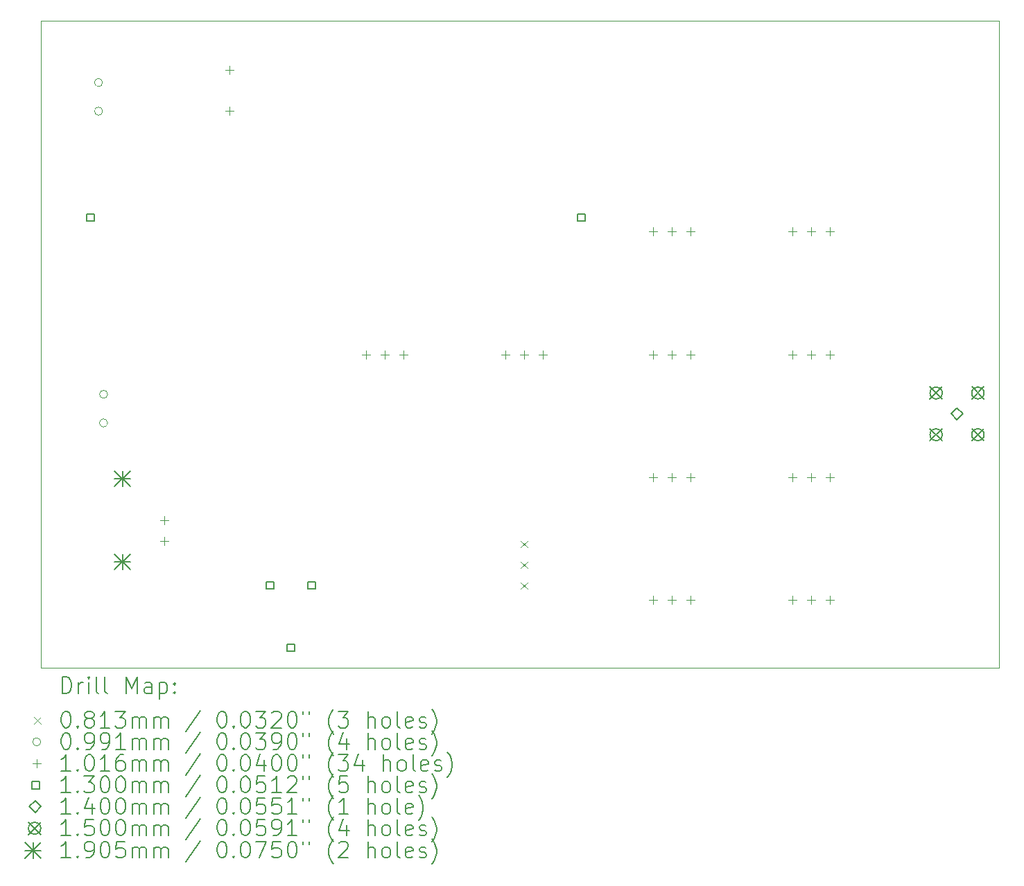
<source format=gbr>
%TF.GenerationSoftware,KiCad,Pcbnew,7.0.7*%
%TF.CreationDate,2024-05-31T20:09:08-04:00*%
%TF.ProjectId,HVHF_IIB,48564846-5f49-4494-922e-6b696361645f,rev?*%
%TF.SameCoordinates,Original*%
%TF.FileFunction,Drillmap*%
%TF.FilePolarity,Positive*%
%FSLAX45Y45*%
G04 Gerber Fmt 4.5, Leading zero omitted, Abs format (unit mm)*
G04 Created by KiCad (PCBNEW 7.0.7) date 2024-05-31 20:09:08*
%MOMM*%
%LPD*%
G01*
G04 APERTURE LIST*
%ADD10C,0.100000*%
%ADD11C,0.200000*%
%ADD12C,0.081280*%
%ADD13C,0.099060*%
%ADD14C,0.101600*%
%ADD15C,0.130000*%
%ADD16C,0.140000*%
%ADD17C,0.150000*%
%ADD18C,0.190500*%
G04 APERTURE END LIST*
D10*
X22400000Y-14200000D02*
X10700000Y-14200000D01*
X10700000Y-6300000D01*
X22400000Y-6300000D01*
X22400000Y-14200000D01*
D11*
D12*
X16559360Y-12651360D02*
X16640640Y-12732640D01*
X16640640Y-12651360D02*
X16559360Y-12732640D01*
X16559360Y-12905360D02*
X16640640Y-12986640D01*
X16640640Y-12905360D02*
X16559360Y-12986640D01*
X16559360Y-13159360D02*
X16640640Y-13240640D01*
X16640640Y-13159360D02*
X16559360Y-13240640D01*
D13*
X11449530Y-7050000D02*
G75*
G03*
X11449530Y-7050000I-49530J0D01*
G01*
X11449530Y-7400000D02*
G75*
G03*
X11449530Y-7400000I-49530J0D01*
G01*
X11511590Y-10860840D02*
G75*
G03*
X11511590Y-10860840I-49530J0D01*
G01*
X11511590Y-11210840D02*
G75*
G03*
X11511590Y-11210840I-49530J0D01*
G01*
D14*
X12200000Y-12349200D02*
X12200000Y-12450800D01*
X12149200Y-12400000D02*
X12250800Y-12400000D01*
X12200000Y-12603200D02*
X12200000Y-12704800D01*
X12149200Y-12654000D02*
X12250800Y-12654000D01*
X13000000Y-6849200D02*
X13000000Y-6950800D01*
X12949200Y-6900000D02*
X13050800Y-6900000D01*
X13000000Y-7349580D02*
X13000000Y-7451180D01*
X12949200Y-7400380D02*
X13050800Y-7400380D01*
X14671400Y-10322200D02*
X14671400Y-10423800D01*
X14620600Y-10373000D02*
X14722200Y-10373000D01*
X14900000Y-10322200D02*
X14900000Y-10423800D01*
X14849200Y-10373000D02*
X14950800Y-10373000D01*
X15128600Y-10322200D02*
X15128600Y-10423800D01*
X15077800Y-10373000D02*
X15179400Y-10373000D01*
X16371400Y-10322200D02*
X16371400Y-10423800D01*
X16320600Y-10373000D02*
X16422200Y-10373000D01*
X16600000Y-10322200D02*
X16600000Y-10423800D01*
X16549200Y-10373000D02*
X16650800Y-10373000D01*
X16828600Y-10322200D02*
X16828600Y-10423800D01*
X16777800Y-10373000D02*
X16879400Y-10373000D01*
X18171400Y-8822200D02*
X18171400Y-8923800D01*
X18120600Y-8873000D02*
X18222200Y-8873000D01*
X18171400Y-10322200D02*
X18171400Y-10423800D01*
X18120600Y-10373000D02*
X18222200Y-10373000D01*
X18171400Y-11822200D02*
X18171400Y-11923800D01*
X18120600Y-11873000D02*
X18222200Y-11873000D01*
X18171400Y-13322200D02*
X18171400Y-13423800D01*
X18120600Y-13373000D02*
X18222200Y-13373000D01*
X18400000Y-8822200D02*
X18400000Y-8923800D01*
X18349200Y-8873000D02*
X18450800Y-8873000D01*
X18400000Y-10322200D02*
X18400000Y-10423800D01*
X18349200Y-10373000D02*
X18450800Y-10373000D01*
X18400000Y-11822200D02*
X18400000Y-11923800D01*
X18349200Y-11873000D02*
X18450800Y-11873000D01*
X18400000Y-13322200D02*
X18400000Y-13423800D01*
X18349200Y-13373000D02*
X18450800Y-13373000D01*
X18628600Y-8822200D02*
X18628600Y-8923800D01*
X18577800Y-8873000D02*
X18679400Y-8873000D01*
X18628600Y-10322200D02*
X18628600Y-10423800D01*
X18577800Y-10373000D02*
X18679400Y-10373000D01*
X18628600Y-11822200D02*
X18628600Y-11923800D01*
X18577800Y-11873000D02*
X18679400Y-11873000D01*
X18628600Y-13322200D02*
X18628600Y-13423800D01*
X18577800Y-13373000D02*
X18679400Y-13373000D01*
X19871400Y-8822200D02*
X19871400Y-8923800D01*
X19820600Y-8873000D02*
X19922200Y-8873000D01*
X19871400Y-10322200D02*
X19871400Y-10423800D01*
X19820600Y-10373000D02*
X19922200Y-10373000D01*
X19871400Y-11822200D02*
X19871400Y-11923800D01*
X19820600Y-11873000D02*
X19922200Y-11873000D01*
X19871400Y-13322200D02*
X19871400Y-13423800D01*
X19820600Y-13373000D02*
X19922200Y-13373000D01*
X20100000Y-8822200D02*
X20100000Y-8923800D01*
X20049200Y-8873000D02*
X20150800Y-8873000D01*
X20100000Y-10322200D02*
X20100000Y-10423800D01*
X20049200Y-10373000D02*
X20150800Y-10373000D01*
X20100000Y-11822200D02*
X20100000Y-11923800D01*
X20049200Y-11873000D02*
X20150800Y-11873000D01*
X20100000Y-13322200D02*
X20100000Y-13423800D01*
X20049200Y-13373000D02*
X20150800Y-13373000D01*
X20328600Y-8822200D02*
X20328600Y-8923800D01*
X20277800Y-8873000D02*
X20379400Y-8873000D01*
X20328600Y-10322200D02*
X20328600Y-10423800D01*
X20277800Y-10373000D02*
X20379400Y-10373000D01*
X20328600Y-11822200D02*
X20328600Y-11923800D01*
X20277800Y-11873000D02*
X20379400Y-11873000D01*
X20328600Y-13322200D02*
X20328600Y-13423800D01*
X20277800Y-13373000D02*
X20379400Y-13373000D01*
D15*
X11345962Y-8745962D02*
X11345962Y-8654038D01*
X11254038Y-8654038D01*
X11254038Y-8745962D01*
X11345962Y-8745962D01*
X13541962Y-13241962D02*
X13541962Y-13150038D01*
X13450038Y-13150038D01*
X13450038Y-13241962D01*
X13541962Y-13241962D01*
X13795962Y-14003962D02*
X13795962Y-13912038D01*
X13704038Y-13912038D01*
X13704038Y-14003962D01*
X13795962Y-14003962D01*
X14049962Y-13241962D02*
X14049962Y-13150038D01*
X13958038Y-13150038D01*
X13958038Y-13241962D01*
X14049962Y-13241962D01*
X17345962Y-8745962D02*
X17345962Y-8654038D01*
X17254038Y-8654038D01*
X17254038Y-8745962D01*
X17345962Y-8745962D01*
D16*
X21884000Y-11170000D02*
X21954000Y-11100000D01*
X21884000Y-11030000D01*
X21814000Y-11100000D01*
X21884000Y-11170000D01*
D17*
X21554000Y-10770000D02*
X21704000Y-10920000D01*
X21704000Y-10770000D02*
X21554000Y-10920000D01*
X21704000Y-10845000D02*
G75*
G03*
X21704000Y-10845000I-75000J0D01*
G01*
X21554000Y-11280000D02*
X21704000Y-11430000D01*
X21704000Y-11280000D02*
X21554000Y-11430000D01*
X21704000Y-11355000D02*
G75*
G03*
X21704000Y-11355000I-75000J0D01*
G01*
X22064000Y-10770000D02*
X22214000Y-10920000D01*
X22214000Y-10770000D02*
X22064000Y-10920000D01*
X22214000Y-10845000D02*
G75*
G03*
X22214000Y-10845000I-75000J0D01*
G01*
X22064000Y-11280000D02*
X22214000Y-11430000D01*
X22214000Y-11280000D02*
X22064000Y-11430000D01*
X22214000Y-11355000D02*
G75*
G03*
X22214000Y-11355000I-75000J0D01*
G01*
D18*
X11596739Y-11796750D02*
X11787239Y-11987250D01*
X11787239Y-11796750D02*
X11596739Y-11987250D01*
X11691989Y-11796750D02*
X11691989Y-11987250D01*
X11596739Y-11892000D02*
X11787239Y-11892000D01*
X11596739Y-12812750D02*
X11787239Y-13003250D01*
X11787239Y-12812750D02*
X11596739Y-13003250D01*
X11691989Y-12812750D02*
X11691989Y-13003250D01*
X11596739Y-12908000D02*
X11787239Y-12908000D01*
D11*
X10955777Y-14516484D02*
X10955777Y-14316484D01*
X10955777Y-14316484D02*
X11003396Y-14316484D01*
X11003396Y-14316484D02*
X11031967Y-14326008D01*
X11031967Y-14326008D02*
X11051015Y-14345055D01*
X11051015Y-14345055D02*
X11060539Y-14364103D01*
X11060539Y-14364103D02*
X11070063Y-14402198D01*
X11070063Y-14402198D02*
X11070063Y-14430769D01*
X11070063Y-14430769D02*
X11060539Y-14468865D01*
X11060539Y-14468865D02*
X11051015Y-14487912D01*
X11051015Y-14487912D02*
X11031967Y-14506960D01*
X11031967Y-14506960D02*
X11003396Y-14516484D01*
X11003396Y-14516484D02*
X10955777Y-14516484D01*
X11155777Y-14516484D02*
X11155777Y-14383150D01*
X11155777Y-14421246D02*
X11165301Y-14402198D01*
X11165301Y-14402198D02*
X11174824Y-14392674D01*
X11174824Y-14392674D02*
X11193872Y-14383150D01*
X11193872Y-14383150D02*
X11212920Y-14383150D01*
X11279586Y-14516484D02*
X11279586Y-14383150D01*
X11279586Y-14316484D02*
X11270062Y-14326008D01*
X11270062Y-14326008D02*
X11279586Y-14335531D01*
X11279586Y-14335531D02*
X11289110Y-14326008D01*
X11289110Y-14326008D02*
X11279586Y-14316484D01*
X11279586Y-14316484D02*
X11279586Y-14335531D01*
X11403396Y-14516484D02*
X11384348Y-14506960D01*
X11384348Y-14506960D02*
X11374824Y-14487912D01*
X11374824Y-14487912D02*
X11374824Y-14316484D01*
X11508158Y-14516484D02*
X11489110Y-14506960D01*
X11489110Y-14506960D02*
X11479586Y-14487912D01*
X11479586Y-14487912D02*
X11479586Y-14316484D01*
X11736729Y-14516484D02*
X11736729Y-14316484D01*
X11736729Y-14316484D02*
X11803396Y-14459341D01*
X11803396Y-14459341D02*
X11870062Y-14316484D01*
X11870062Y-14316484D02*
X11870062Y-14516484D01*
X12051015Y-14516484D02*
X12051015Y-14411722D01*
X12051015Y-14411722D02*
X12041491Y-14392674D01*
X12041491Y-14392674D02*
X12022443Y-14383150D01*
X12022443Y-14383150D02*
X11984348Y-14383150D01*
X11984348Y-14383150D02*
X11965301Y-14392674D01*
X12051015Y-14506960D02*
X12031967Y-14516484D01*
X12031967Y-14516484D02*
X11984348Y-14516484D01*
X11984348Y-14516484D02*
X11965301Y-14506960D01*
X11965301Y-14506960D02*
X11955777Y-14487912D01*
X11955777Y-14487912D02*
X11955777Y-14468865D01*
X11955777Y-14468865D02*
X11965301Y-14449817D01*
X11965301Y-14449817D02*
X11984348Y-14440293D01*
X11984348Y-14440293D02*
X12031967Y-14440293D01*
X12031967Y-14440293D02*
X12051015Y-14430769D01*
X12146253Y-14383150D02*
X12146253Y-14583150D01*
X12146253Y-14392674D02*
X12165301Y-14383150D01*
X12165301Y-14383150D02*
X12203396Y-14383150D01*
X12203396Y-14383150D02*
X12222443Y-14392674D01*
X12222443Y-14392674D02*
X12231967Y-14402198D01*
X12231967Y-14402198D02*
X12241491Y-14421246D01*
X12241491Y-14421246D02*
X12241491Y-14478388D01*
X12241491Y-14478388D02*
X12231967Y-14497436D01*
X12231967Y-14497436D02*
X12222443Y-14506960D01*
X12222443Y-14506960D02*
X12203396Y-14516484D01*
X12203396Y-14516484D02*
X12165301Y-14516484D01*
X12165301Y-14516484D02*
X12146253Y-14506960D01*
X12327205Y-14497436D02*
X12336729Y-14506960D01*
X12336729Y-14506960D02*
X12327205Y-14516484D01*
X12327205Y-14516484D02*
X12317682Y-14506960D01*
X12317682Y-14506960D02*
X12327205Y-14497436D01*
X12327205Y-14497436D02*
X12327205Y-14516484D01*
X12327205Y-14392674D02*
X12336729Y-14402198D01*
X12336729Y-14402198D02*
X12327205Y-14411722D01*
X12327205Y-14411722D02*
X12317682Y-14402198D01*
X12317682Y-14402198D02*
X12327205Y-14392674D01*
X12327205Y-14392674D02*
X12327205Y-14411722D01*
D12*
X10613720Y-14804360D02*
X10695000Y-14885640D01*
X10695000Y-14804360D02*
X10613720Y-14885640D01*
D11*
X10993872Y-14736484D02*
X11012920Y-14736484D01*
X11012920Y-14736484D02*
X11031967Y-14746008D01*
X11031967Y-14746008D02*
X11041491Y-14755531D01*
X11041491Y-14755531D02*
X11051015Y-14774579D01*
X11051015Y-14774579D02*
X11060539Y-14812674D01*
X11060539Y-14812674D02*
X11060539Y-14860293D01*
X11060539Y-14860293D02*
X11051015Y-14898388D01*
X11051015Y-14898388D02*
X11041491Y-14917436D01*
X11041491Y-14917436D02*
X11031967Y-14926960D01*
X11031967Y-14926960D02*
X11012920Y-14936484D01*
X11012920Y-14936484D02*
X10993872Y-14936484D01*
X10993872Y-14936484D02*
X10974824Y-14926960D01*
X10974824Y-14926960D02*
X10965301Y-14917436D01*
X10965301Y-14917436D02*
X10955777Y-14898388D01*
X10955777Y-14898388D02*
X10946253Y-14860293D01*
X10946253Y-14860293D02*
X10946253Y-14812674D01*
X10946253Y-14812674D02*
X10955777Y-14774579D01*
X10955777Y-14774579D02*
X10965301Y-14755531D01*
X10965301Y-14755531D02*
X10974824Y-14746008D01*
X10974824Y-14746008D02*
X10993872Y-14736484D01*
X11146253Y-14917436D02*
X11155777Y-14926960D01*
X11155777Y-14926960D02*
X11146253Y-14936484D01*
X11146253Y-14936484D02*
X11136729Y-14926960D01*
X11136729Y-14926960D02*
X11146253Y-14917436D01*
X11146253Y-14917436D02*
X11146253Y-14936484D01*
X11270062Y-14822198D02*
X11251015Y-14812674D01*
X11251015Y-14812674D02*
X11241491Y-14803150D01*
X11241491Y-14803150D02*
X11231967Y-14784103D01*
X11231967Y-14784103D02*
X11231967Y-14774579D01*
X11231967Y-14774579D02*
X11241491Y-14755531D01*
X11241491Y-14755531D02*
X11251015Y-14746008D01*
X11251015Y-14746008D02*
X11270062Y-14736484D01*
X11270062Y-14736484D02*
X11308158Y-14736484D01*
X11308158Y-14736484D02*
X11327205Y-14746008D01*
X11327205Y-14746008D02*
X11336729Y-14755531D01*
X11336729Y-14755531D02*
X11346253Y-14774579D01*
X11346253Y-14774579D02*
X11346253Y-14784103D01*
X11346253Y-14784103D02*
X11336729Y-14803150D01*
X11336729Y-14803150D02*
X11327205Y-14812674D01*
X11327205Y-14812674D02*
X11308158Y-14822198D01*
X11308158Y-14822198D02*
X11270062Y-14822198D01*
X11270062Y-14822198D02*
X11251015Y-14831722D01*
X11251015Y-14831722D02*
X11241491Y-14841246D01*
X11241491Y-14841246D02*
X11231967Y-14860293D01*
X11231967Y-14860293D02*
X11231967Y-14898388D01*
X11231967Y-14898388D02*
X11241491Y-14917436D01*
X11241491Y-14917436D02*
X11251015Y-14926960D01*
X11251015Y-14926960D02*
X11270062Y-14936484D01*
X11270062Y-14936484D02*
X11308158Y-14936484D01*
X11308158Y-14936484D02*
X11327205Y-14926960D01*
X11327205Y-14926960D02*
X11336729Y-14917436D01*
X11336729Y-14917436D02*
X11346253Y-14898388D01*
X11346253Y-14898388D02*
X11346253Y-14860293D01*
X11346253Y-14860293D02*
X11336729Y-14841246D01*
X11336729Y-14841246D02*
X11327205Y-14831722D01*
X11327205Y-14831722D02*
X11308158Y-14822198D01*
X11536729Y-14936484D02*
X11422443Y-14936484D01*
X11479586Y-14936484D02*
X11479586Y-14736484D01*
X11479586Y-14736484D02*
X11460539Y-14765055D01*
X11460539Y-14765055D02*
X11441491Y-14784103D01*
X11441491Y-14784103D02*
X11422443Y-14793627D01*
X11603396Y-14736484D02*
X11727205Y-14736484D01*
X11727205Y-14736484D02*
X11660539Y-14812674D01*
X11660539Y-14812674D02*
X11689110Y-14812674D01*
X11689110Y-14812674D02*
X11708158Y-14822198D01*
X11708158Y-14822198D02*
X11717682Y-14831722D01*
X11717682Y-14831722D02*
X11727205Y-14850769D01*
X11727205Y-14850769D02*
X11727205Y-14898388D01*
X11727205Y-14898388D02*
X11717682Y-14917436D01*
X11717682Y-14917436D02*
X11708158Y-14926960D01*
X11708158Y-14926960D02*
X11689110Y-14936484D01*
X11689110Y-14936484D02*
X11631967Y-14936484D01*
X11631967Y-14936484D02*
X11612920Y-14926960D01*
X11612920Y-14926960D02*
X11603396Y-14917436D01*
X11812920Y-14936484D02*
X11812920Y-14803150D01*
X11812920Y-14822198D02*
X11822443Y-14812674D01*
X11822443Y-14812674D02*
X11841491Y-14803150D01*
X11841491Y-14803150D02*
X11870063Y-14803150D01*
X11870063Y-14803150D02*
X11889110Y-14812674D01*
X11889110Y-14812674D02*
X11898634Y-14831722D01*
X11898634Y-14831722D02*
X11898634Y-14936484D01*
X11898634Y-14831722D02*
X11908158Y-14812674D01*
X11908158Y-14812674D02*
X11927205Y-14803150D01*
X11927205Y-14803150D02*
X11955777Y-14803150D01*
X11955777Y-14803150D02*
X11974824Y-14812674D01*
X11974824Y-14812674D02*
X11984348Y-14831722D01*
X11984348Y-14831722D02*
X11984348Y-14936484D01*
X12079586Y-14936484D02*
X12079586Y-14803150D01*
X12079586Y-14822198D02*
X12089110Y-14812674D01*
X12089110Y-14812674D02*
X12108158Y-14803150D01*
X12108158Y-14803150D02*
X12136729Y-14803150D01*
X12136729Y-14803150D02*
X12155777Y-14812674D01*
X12155777Y-14812674D02*
X12165301Y-14831722D01*
X12165301Y-14831722D02*
X12165301Y-14936484D01*
X12165301Y-14831722D02*
X12174824Y-14812674D01*
X12174824Y-14812674D02*
X12193872Y-14803150D01*
X12193872Y-14803150D02*
X12222443Y-14803150D01*
X12222443Y-14803150D02*
X12241491Y-14812674D01*
X12241491Y-14812674D02*
X12251015Y-14831722D01*
X12251015Y-14831722D02*
X12251015Y-14936484D01*
X12641491Y-14726960D02*
X12470063Y-14984103D01*
X12898634Y-14736484D02*
X12917682Y-14736484D01*
X12917682Y-14736484D02*
X12936729Y-14746008D01*
X12936729Y-14746008D02*
X12946253Y-14755531D01*
X12946253Y-14755531D02*
X12955777Y-14774579D01*
X12955777Y-14774579D02*
X12965301Y-14812674D01*
X12965301Y-14812674D02*
X12965301Y-14860293D01*
X12965301Y-14860293D02*
X12955777Y-14898388D01*
X12955777Y-14898388D02*
X12946253Y-14917436D01*
X12946253Y-14917436D02*
X12936729Y-14926960D01*
X12936729Y-14926960D02*
X12917682Y-14936484D01*
X12917682Y-14936484D02*
X12898634Y-14936484D01*
X12898634Y-14936484D02*
X12879586Y-14926960D01*
X12879586Y-14926960D02*
X12870063Y-14917436D01*
X12870063Y-14917436D02*
X12860539Y-14898388D01*
X12860539Y-14898388D02*
X12851015Y-14860293D01*
X12851015Y-14860293D02*
X12851015Y-14812674D01*
X12851015Y-14812674D02*
X12860539Y-14774579D01*
X12860539Y-14774579D02*
X12870063Y-14755531D01*
X12870063Y-14755531D02*
X12879586Y-14746008D01*
X12879586Y-14746008D02*
X12898634Y-14736484D01*
X13051015Y-14917436D02*
X13060539Y-14926960D01*
X13060539Y-14926960D02*
X13051015Y-14936484D01*
X13051015Y-14936484D02*
X13041491Y-14926960D01*
X13041491Y-14926960D02*
X13051015Y-14917436D01*
X13051015Y-14917436D02*
X13051015Y-14936484D01*
X13184348Y-14736484D02*
X13203396Y-14736484D01*
X13203396Y-14736484D02*
X13222444Y-14746008D01*
X13222444Y-14746008D02*
X13231967Y-14755531D01*
X13231967Y-14755531D02*
X13241491Y-14774579D01*
X13241491Y-14774579D02*
X13251015Y-14812674D01*
X13251015Y-14812674D02*
X13251015Y-14860293D01*
X13251015Y-14860293D02*
X13241491Y-14898388D01*
X13241491Y-14898388D02*
X13231967Y-14917436D01*
X13231967Y-14917436D02*
X13222444Y-14926960D01*
X13222444Y-14926960D02*
X13203396Y-14936484D01*
X13203396Y-14936484D02*
X13184348Y-14936484D01*
X13184348Y-14936484D02*
X13165301Y-14926960D01*
X13165301Y-14926960D02*
X13155777Y-14917436D01*
X13155777Y-14917436D02*
X13146253Y-14898388D01*
X13146253Y-14898388D02*
X13136729Y-14860293D01*
X13136729Y-14860293D02*
X13136729Y-14812674D01*
X13136729Y-14812674D02*
X13146253Y-14774579D01*
X13146253Y-14774579D02*
X13155777Y-14755531D01*
X13155777Y-14755531D02*
X13165301Y-14746008D01*
X13165301Y-14746008D02*
X13184348Y-14736484D01*
X13317682Y-14736484D02*
X13441491Y-14736484D01*
X13441491Y-14736484D02*
X13374825Y-14812674D01*
X13374825Y-14812674D02*
X13403396Y-14812674D01*
X13403396Y-14812674D02*
X13422444Y-14822198D01*
X13422444Y-14822198D02*
X13431967Y-14831722D01*
X13431967Y-14831722D02*
X13441491Y-14850769D01*
X13441491Y-14850769D02*
X13441491Y-14898388D01*
X13441491Y-14898388D02*
X13431967Y-14917436D01*
X13431967Y-14917436D02*
X13422444Y-14926960D01*
X13422444Y-14926960D02*
X13403396Y-14936484D01*
X13403396Y-14936484D02*
X13346253Y-14936484D01*
X13346253Y-14936484D02*
X13327206Y-14926960D01*
X13327206Y-14926960D02*
X13317682Y-14917436D01*
X13517682Y-14755531D02*
X13527206Y-14746008D01*
X13527206Y-14746008D02*
X13546253Y-14736484D01*
X13546253Y-14736484D02*
X13593872Y-14736484D01*
X13593872Y-14736484D02*
X13612920Y-14746008D01*
X13612920Y-14746008D02*
X13622444Y-14755531D01*
X13622444Y-14755531D02*
X13631967Y-14774579D01*
X13631967Y-14774579D02*
X13631967Y-14793627D01*
X13631967Y-14793627D02*
X13622444Y-14822198D01*
X13622444Y-14822198D02*
X13508158Y-14936484D01*
X13508158Y-14936484D02*
X13631967Y-14936484D01*
X13755777Y-14736484D02*
X13774825Y-14736484D01*
X13774825Y-14736484D02*
X13793872Y-14746008D01*
X13793872Y-14746008D02*
X13803396Y-14755531D01*
X13803396Y-14755531D02*
X13812920Y-14774579D01*
X13812920Y-14774579D02*
X13822444Y-14812674D01*
X13822444Y-14812674D02*
X13822444Y-14860293D01*
X13822444Y-14860293D02*
X13812920Y-14898388D01*
X13812920Y-14898388D02*
X13803396Y-14917436D01*
X13803396Y-14917436D02*
X13793872Y-14926960D01*
X13793872Y-14926960D02*
X13774825Y-14936484D01*
X13774825Y-14936484D02*
X13755777Y-14936484D01*
X13755777Y-14936484D02*
X13736729Y-14926960D01*
X13736729Y-14926960D02*
X13727206Y-14917436D01*
X13727206Y-14917436D02*
X13717682Y-14898388D01*
X13717682Y-14898388D02*
X13708158Y-14860293D01*
X13708158Y-14860293D02*
X13708158Y-14812674D01*
X13708158Y-14812674D02*
X13717682Y-14774579D01*
X13717682Y-14774579D02*
X13727206Y-14755531D01*
X13727206Y-14755531D02*
X13736729Y-14746008D01*
X13736729Y-14746008D02*
X13755777Y-14736484D01*
X13898634Y-14736484D02*
X13898634Y-14774579D01*
X13974825Y-14736484D02*
X13974825Y-14774579D01*
X14270063Y-15012674D02*
X14260539Y-15003150D01*
X14260539Y-15003150D02*
X14241491Y-14974579D01*
X14241491Y-14974579D02*
X14231968Y-14955531D01*
X14231968Y-14955531D02*
X14222444Y-14926960D01*
X14222444Y-14926960D02*
X14212920Y-14879341D01*
X14212920Y-14879341D02*
X14212920Y-14841246D01*
X14212920Y-14841246D02*
X14222444Y-14793627D01*
X14222444Y-14793627D02*
X14231968Y-14765055D01*
X14231968Y-14765055D02*
X14241491Y-14746008D01*
X14241491Y-14746008D02*
X14260539Y-14717436D01*
X14260539Y-14717436D02*
X14270063Y-14707912D01*
X14327206Y-14736484D02*
X14451015Y-14736484D01*
X14451015Y-14736484D02*
X14384348Y-14812674D01*
X14384348Y-14812674D02*
X14412920Y-14812674D01*
X14412920Y-14812674D02*
X14431968Y-14822198D01*
X14431968Y-14822198D02*
X14441491Y-14831722D01*
X14441491Y-14831722D02*
X14451015Y-14850769D01*
X14451015Y-14850769D02*
X14451015Y-14898388D01*
X14451015Y-14898388D02*
X14441491Y-14917436D01*
X14441491Y-14917436D02*
X14431968Y-14926960D01*
X14431968Y-14926960D02*
X14412920Y-14936484D01*
X14412920Y-14936484D02*
X14355777Y-14936484D01*
X14355777Y-14936484D02*
X14336729Y-14926960D01*
X14336729Y-14926960D02*
X14327206Y-14917436D01*
X14689110Y-14936484D02*
X14689110Y-14736484D01*
X14774825Y-14936484D02*
X14774825Y-14831722D01*
X14774825Y-14831722D02*
X14765301Y-14812674D01*
X14765301Y-14812674D02*
X14746253Y-14803150D01*
X14746253Y-14803150D02*
X14717682Y-14803150D01*
X14717682Y-14803150D02*
X14698634Y-14812674D01*
X14698634Y-14812674D02*
X14689110Y-14822198D01*
X14898634Y-14936484D02*
X14879587Y-14926960D01*
X14879587Y-14926960D02*
X14870063Y-14917436D01*
X14870063Y-14917436D02*
X14860539Y-14898388D01*
X14860539Y-14898388D02*
X14860539Y-14841246D01*
X14860539Y-14841246D02*
X14870063Y-14822198D01*
X14870063Y-14822198D02*
X14879587Y-14812674D01*
X14879587Y-14812674D02*
X14898634Y-14803150D01*
X14898634Y-14803150D02*
X14927206Y-14803150D01*
X14927206Y-14803150D02*
X14946253Y-14812674D01*
X14946253Y-14812674D02*
X14955777Y-14822198D01*
X14955777Y-14822198D02*
X14965301Y-14841246D01*
X14965301Y-14841246D02*
X14965301Y-14898388D01*
X14965301Y-14898388D02*
X14955777Y-14917436D01*
X14955777Y-14917436D02*
X14946253Y-14926960D01*
X14946253Y-14926960D02*
X14927206Y-14936484D01*
X14927206Y-14936484D02*
X14898634Y-14936484D01*
X15079587Y-14936484D02*
X15060539Y-14926960D01*
X15060539Y-14926960D02*
X15051015Y-14907912D01*
X15051015Y-14907912D02*
X15051015Y-14736484D01*
X15231968Y-14926960D02*
X15212920Y-14936484D01*
X15212920Y-14936484D02*
X15174825Y-14936484D01*
X15174825Y-14936484D02*
X15155777Y-14926960D01*
X15155777Y-14926960D02*
X15146253Y-14907912D01*
X15146253Y-14907912D02*
X15146253Y-14831722D01*
X15146253Y-14831722D02*
X15155777Y-14812674D01*
X15155777Y-14812674D02*
X15174825Y-14803150D01*
X15174825Y-14803150D02*
X15212920Y-14803150D01*
X15212920Y-14803150D02*
X15231968Y-14812674D01*
X15231968Y-14812674D02*
X15241491Y-14831722D01*
X15241491Y-14831722D02*
X15241491Y-14850769D01*
X15241491Y-14850769D02*
X15146253Y-14869817D01*
X15317682Y-14926960D02*
X15336730Y-14936484D01*
X15336730Y-14936484D02*
X15374825Y-14936484D01*
X15374825Y-14936484D02*
X15393872Y-14926960D01*
X15393872Y-14926960D02*
X15403396Y-14907912D01*
X15403396Y-14907912D02*
X15403396Y-14898388D01*
X15403396Y-14898388D02*
X15393872Y-14879341D01*
X15393872Y-14879341D02*
X15374825Y-14869817D01*
X15374825Y-14869817D02*
X15346253Y-14869817D01*
X15346253Y-14869817D02*
X15327206Y-14860293D01*
X15327206Y-14860293D02*
X15317682Y-14841246D01*
X15317682Y-14841246D02*
X15317682Y-14831722D01*
X15317682Y-14831722D02*
X15327206Y-14812674D01*
X15327206Y-14812674D02*
X15346253Y-14803150D01*
X15346253Y-14803150D02*
X15374825Y-14803150D01*
X15374825Y-14803150D02*
X15393872Y-14812674D01*
X15470063Y-15012674D02*
X15479587Y-15003150D01*
X15479587Y-15003150D02*
X15498634Y-14974579D01*
X15498634Y-14974579D02*
X15508158Y-14955531D01*
X15508158Y-14955531D02*
X15517682Y-14926960D01*
X15517682Y-14926960D02*
X15527206Y-14879341D01*
X15527206Y-14879341D02*
X15527206Y-14841246D01*
X15527206Y-14841246D02*
X15517682Y-14793627D01*
X15517682Y-14793627D02*
X15508158Y-14765055D01*
X15508158Y-14765055D02*
X15498634Y-14746008D01*
X15498634Y-14746008D02*
X15479587Y-14717436D01*
X15479587Y-14717436D02*
X15470063Y-14707912D01*
D13*
X10695000Y-15109000D02*
G75*
G03*
X10695000Y-15109000I-49530J0D01*
G01*
D11*
X10993872Y-15000484D02*
X11012920Y-15000484D01*
X11012920Y-15000484D02*
X11031967Y-15010008D01*
X11031967Y-15010008D02*
X11041491Y-15019531D01*
X11041491Y-15019531D02*
X11051015Y-15038579D01*
X11051015Y-15038579D02*
X11060539Y-15076674D01*
X11060539Y-15076674D02*
X11060539Y-15124293D01*
X11060539Y-15124293D02*
X11051015Y-15162388D01*
X11051015Y-15162388D02*
X11041491Y-15181436D01*
X11041491Y-15181436D02*
X11031967Y-15190960D01*
X11031967Y-15190960D02*
X11012920Y-15200484D01*
X11012920Y-15200484D02*
X10993872Y-15200484D01*
X10993872Y-15200484D02*
X10974824Y-15190960D01*
X10974824Y-15190960D02*
X10965301Y-15181436D01*
X10965301Y-15181436D02*
X10955777Y-15162388D01*
X10955777Y-15162388D02*
X10946253Y-15124293D01*
X10946253Y-15124293D02*
X10946253Y-15076674D01*
X10946253Y-15076674D02*
X10955777Y-15038579D01*
X10955777Y-15038579D02*
X10965301Y-15019531D01*
X10965301Y-15019531D02*
X10974824Y-15010008D01*
X10974824Y-15010008D02*
X10993872Y-15000484D01*
X11146253Y-15181436D02*
X11155777Y-15190960D01*
X11155777Y-15190960D02*
X11146253Y-15200484D01*
X11146253Y-15200484D02*
X11136729Y-15190960D01*
X11136729Y-15190960D02*
X11146253Y-15181436D01*
X11146253Y-15181436D02*
X11146253Y-15200484D01*
X11251015Y-15200484D02*
X11289110Y-15200484D01*
X11289110Y-15200484D02*
X11308158Y-15190960D01*
X11308158Y-15190960D02*
X11317682Y-15181436D01*
X11317682Y-15181436D02*
X11336729Y-15152865D01*
X11336729Y-15152865D02*
X11346253Y-15114769D01*
X11346253Y-15114769D02*
X11346253Y-15038579D01*
X11346253Y-15038579D02*
X11336729Y-15019531D01*
X11336729Y-15019531D02*
X11327205Y-15010008D01*
X11327205Y-15010008D02*
X11308158Y-15000484D01*
X11308158Y-15000484D02*
X11270062Y-15000484D01*
X11270062Y-15000484D02*
X11251015Y-15010008D01*
X11251015Y-15010008D02*
X11241491Y-15019531D01*
X11241491Y-15019531D02*
X11231967Y-15038579D01*
X11231967Y-15038579D02*
X11231967Y-15086198D01*
X11231967Y-15086198D02*
X11241491Y-15105246D01*
X11241491Y-15105246D02*
X11251015Y-15114769D01*
X11251015Y-15114769D02*
X11270062Y-15124293D01*
X11270062Y-15124293D02*
X11308158Y-15124293D01*
X11308158Y-15124293D02*
X11327205Y-15114769D01*
X11327205Y-15114769D02*
X11336729Y-15105246D01*
X11336729Y-15105246D02*
X11346253Y-15086198D01*
X11441491Y-15200484D02*
X11479586Y-15200484D01*
X11479586Y-15200484D02*
X11498634Y-15190960D01*
X11498634Y-15190960D02*
X11508158Y-15181436D01*
X11508158Y-15181436D02*
X11527205Y-15152865D01*
X11527205Y-15152865D02*
X11536729Y-15114769D01*
X11536729Y-15114769D02*
X11536729Y-15038579D01*
X11536729Y-15038579D02*
X11527205Y-15019531D01*
X11527205Y-15019531D02*
X11517682Y-15010008D01*
X11517682Y-15010008D02*
X11498634Y-15000484D01*
X11498634Y-15000484D02*
X11460539Y-15000484D01*
X11460539Y-15000484D02*
X11441491Y-15010008D01*
X11441491Y-15010008D02*
X11431967Y-15019531D01*
X11431967Y-15019531D02*
X11422443Y-15038579D01*
X11422443Y-15038579D02*
X11422443Y-15086198D01*
X11422443Y-15086198D02*
X11431967Y-15105246D01*
X11431967Y-15105246D02*
X11441491Y-15114769D01*
X11441491Y-15114769D02*
X11460539Y-15124293D01*
X11460539Y-15124293D02*
X11498634Y-15124293D01*
X11498634Y-15124293D02*
X11517682Y-15114769D01*
X11517682Y-15114769D02*
X11527205Y-15105246D01*
X11527205Y-15105246D02*
X11536729Y-15086198D01*
X11727205Y-15200484D02*
X11612920Y-15200484D01*
X11670062Y-15200484D02*
X11670062Y-15000484D01*
X11670062Y-15000484D02*
X11651015Y-15029055D01*
X11651015Y-15029055D02*
X11631967Y-15048103D01*
X11631967Y-15048103D02*
X11612920Y-15057627D01*
X11812920Y-15200484D02*
X11812920Y-15067150D01*
X11812920Y-15086198D02*
X11822443Y-15076674D01*
X11822443Y-15076674D02*
X11841491Y-15067150D01*
X11841491Y-15067150D02*
X11870063Y-15067150D01*
X11870063Y-15067150D02*
X11889110Y-15076674D01*
X11889110Y-15076674D02*
X11898634Y-15095722D01*
X11898634Y-15095722D02*
X11898634Y-15200484D01*
X11898634Y-15095722D02*
X11908158Y-15076674D01*
X11908158Y-15076674D02*
X11927205Y-15067150D01*
X11927205Y-15067150D02*
X11955777Y-15067150D01*
X11955777Y-15067150D02*
X11974824Y-15076674D01*
X11974824Y-15076674D02*
X11984348Y-15095722D01*
X11984348Y-15095722D02*
X11984348Y-15200484D01*
X12079586Y-15200484D02*
X12079586Y-15067150D01*
X12079586Y-15086198D02*
X12089110Y-15076674D01*
X12089110Y-15076674D02*
X12108158Y-15067150D01*
X12108158Y-15067150D02*
X12136729Y-15067150D01*
X12136729Y-15067150D02*
X12155777Y-15076674D01*
X12155777Y-15076674D02*
X12165301Y-15095722D01*
X12165301Y-15095722D02*
X12165301Y-15200484D01*
X12165301Y-15095722D02*
X12174824Y-15076674D01*
X12174824Y-15076674D02*
X12193872Y-15067150D01*
X12193872Y-15067150D02*
X12222443Y-15067150D01*
X12222443Y-15067150D02*
X12241491Y-15076674D01*
X12241491Y-15076674D02*
X12251015Y-15095722D01*
X12251015Y-15095722D02*
X12251015Y-15200484D01*
X12641491Y-14990960D02*
X12470063Y-15248103D01*
X12898634Y-15000484D02*
X12917682Y-15000484D01*
X12917682Y-15000484D02*
X12936729Y-15010008D01*
X12936729Y-15010008D02*
X12946253Y-15019531D01*
X12946253Y-15019531D02*
X12955777Y-15038579D01*
X12955777Y-15038579D02*
X12965301Y-15076674D01*
X12965301Y-15076674D02*
X12965301Y-15124293D01*
X12965301Y-15124293D02*
X12955777Y-15162388D01*
X12955777Y-15162388D02*
X12946253Y-15181436D01*
X12946253Y-15181436D02*
X12936729Y-15190960D01*
X12936729Y-15190960D02*
X12917682Y-15200484D01*
X12917682Y-15200484D02*
X12898634Y-15200484D01*
X12898634Y-15200484D02*
X12879586Y-15190960D01*
X12879586Y-15190960D02*
X12870063Y-15181436D01*
X12870063Y-15181436D02*
X12860539Y-15162388D01*
X12860539Y-15162388D02*
X12851015Y-15124293D01*
X12851015Y-15124293D02*
X12851015Y-15076674D01*
X12851015Y-15076674D02*
X12860539Y-15038579D01*
X12860539Y-15038579D02*
X12870063Y-15019531D01*
X12870063Y-15019531D02*
X12879586Y-15010008D01*
X12879586Y-15010008D02*
X12898634Y-15000484D01*
X13051015Y-15181436D02*
X13060539Y-15190960D01*
X13060539Y-15190960D02*
X13051015Y-15200484D01*
X13051015Y-15200484D02*
X13041491Y-15190960D01*
X13041491Y-15190960D02*
X13051015Y-15181436D01*
X13051015Y-15181436D02*
X13051015Y-15200484D01*
X13184348Y-15000484D02*
X13203396Y-15000484D01*
X13203396Y-15000484D02*
X13222444Y-15010008D01*
X13222444Y-15010008D02*
X13231967Y-15019531D01*
X13231967Y-15019531D02*
X13241491Y-15038579D01*
X13241491Y-15038579D02*
X13251015Y-15076674D01*
X13251015Y-15076674D02*
X13251015Y-15124293D01*
X13251015Y-15124293D02*
X13241491Y-15162388D01*
X13241491Y-15162388D02*
X13231967Y-15181436D01*
X13231967Y-15181436D02*
X13222444Y-15190960D01*
X13222444Y-15190960D02*
X13203396Y-15200484D01*
X13203396Y-15200484D02*
X13184348Y-15200484D01*
X13184348Y-15200484D02*
X13165301Y-15190960D01*
X13165301Y-15190960D02*
X13155777Y-15181436D01*
X13155777Y-15181436D02*
X13146253Y-15162388D01*
X13146253Y-15162388D02*
X13136729Y-15124293D01*
X13136729Y-15124293D02*
X13136729Y-15076674D01*
X13136729Y-15076674D02*
X13146253Y-15038579D01*
X13146253Y-15038579D02*
X13155777Y-15019531D01*
X13155777Y-15019531D02*
X13165301Y-15010008D01*
X13165301Y-15010008D02*
X13184348Y-15000484D01*
X13317682Y-15000484D02*
X13441491Y-15000484D01*
X13441491Y-15000484D02*
X13374825Y-15076674D01*
X13374825Y-15076674D02*
X13403396Y-15076674D01*
X13403396Y-15076674D02*
X13422444Y-15086198D01*
X13422444Y-15086198D02*
X13431967Y-15095722D01*
X13431967Y-15095722D02*
X13441491Y-15114769D01*
X13441491Y-15114769D02*
X13441491Y-15162388D01*
X13441491Y-15162388D02*
X13431967Y-15181436D01*
X13431967Y-15181436D02*
X13422444Y-15190960D01*
X13422444Y-15190960D02*
X13403396Y-15200484D01*
X13403396Y-15200484D02*
X13346253Y-15200484D01*
X13346253Y-15200484D02*
X13327206Y-15190960D01*
X13327206Y-15190960D02*
X13317682Y-15181436D01*
X13536729Y-15200484D02*
X13574825Y-15200484D01*
X13574825Y-15200484D02*
X13593872Y-15190960D01*
X13593872Y-15190960D02*
X13603396Y-15181436D01*
X13603396Y-15181436D02*
X13622444Y-15152865D01*
X13622444Y-15152865D02*
X13631967Y-15114769D01*
X13631967Y-15114769D02*
X13631967Y-15038579D01*
X13631967Y-15038579D02*
X13622444Y-15019531D01*
X13622444Y-15019531D02*
X13612920Y-15010008D01*
X13612920Y-15010008D02*
X13593872Y-15000484D01*
X13593872Y-15000484D02*
X13555777Y-15000484D01*
X13555777Y-15000484D02*
X13536729Y-15010008D01*
X13536729Y-15010008D02*
X13527206Y-15019531D01*
X13527206Y-15019531D02*
X13517682Y-15038579D01*
X13517682Y-15038579D02*
X13517682Y-15086198D01*
X13517682Y-15086198D02*
X13527206Y-15105246D01*
X13527206Y-15105246D02*
X13536729Y-15114769D01*
X13536729Y-15114769D02*
X13555777Y-15124293D01*
X13555777Y-15124293D02*
X13593872Y-15124293D01*
X13593872Y-15124293D02*
X13612920Y-15114769D01*
X13612920Y-15114769D02*
X13622444Y-15105246D01*
X13622444Y-15105246D02*
X13631967Y-15086198D01*
X13755777Y-15000484D02*
X13774825Y-15000484D01*
X13774825Y-15000484D02*
X13793872Y-15010008D01*
X13793872Y-15010008D02*
X13803396Y-15019531D01*
X13803396Y-15019531D02*
X13812920Y-15038579D01*
X13812920Y-15038579D02*
X13822444Y-15076674D01*
X13822444Y-15076674D02*
X13822444Y-15124293D01*
X13822444Y-15124293D02*
X13812920Y-15162388D01*
X13812920Y-15162388D02*
X13803396Y-15181436D01*
X13803396Y-15181436D02*
X13793872Y-15190960D01*
X13793872Y-15190960D02*
X13774825Y-15200484D01*
X13774825Y-15200484D02*
X13755777Y-15200484D01*
X13755777Y-15200484D02*
X13736729Y-15190960D01*
X13736729Y-15190960D02*
X13727206Y-15181436D01*
X13727206Y-15181436D02*
X13717682Y-15162388D01*
X13717682Y-15162388D02*
X13708158Y-15124293D01*
X13708158Y-15124293D02*
X13708158Y-15076674D01*
X13708158Y-15076674D02*
X13717682Y-15038579D01*
X13717682Y-15038579D02*
X13727206Y-15019531D01*
X13727206Y-15019531D02*
X13736729Y-15010008D01*
X13736729Y-15010008D02*
X13755777Y-15000484D01*
X13898634Y-15000484D02*
X13898634Y-15038579D01*
X13974825Y-15000484D02*
X13974825Y-15038579D01*
X14270063Y-15276674D02*
X14260539Y-15267150D01*
X14260539Y-15267150D02*
X14241491Y-15238579D01*
X14241491Y-15238579D02*
X14231968Y-15219531D01*
X14231968Y-15219531D02*
X14222444Y-15190960D01*
X14222444Y-15190960D02*
X14212920Y-15143341D01*
X14212920Y-15143341D02*
X14212920Y-15105246D01*
X14212920Y-15105246D02*
X14222444Y-15057627D01*
X14222444Y-15057627D02*
X14231968Y-15029055D01*
X14231968Y-15029055D02*
X14241491Y-15010008D01*
X14241491Y-15010008D02*
X14260539Y-14981436D01*
X14260539Y-14981436D02*
X14270063Y-14971912D01*
X14431968Y-15067150D02*
X14431968Y-15200484D01*
X14384348Y-14990960D02*
X14336729Y-15133817D01*
X14336729Y-15133817D02*
X14460539Y-15133817D01*
X14689110Y-15200484D02*
X14689110Y-15000484D01*
X14774825Y-15200484D02*
X14774825Y-15095722D01*
X14774825Y-15095722D02*
X14765301Y-15076674D01*
X14765301Y-15076674D02*
X14746253Y-15067150D01*
X14746253Y-15067150D02*
X14717682Y-15067150D01*
X14717682Y-15067150D02*
X14698634Y-15076674D01*
X14698634Y-15076674D02*
X14689110Y-15086198D01*
X14898634Y-15200484D02*
X14879587Y-15190960D01*
X14879587Y-15190960D02*
X14870063Y-15181436D01*
X14870063Y-15181436D02*
X14860539Y-15162388D01*
X14860539Y-15162388D02*
X14860539Y-15105246D01*
X14860539Y-15105246D02*
X14870063Y-15086198D01*
X14870063Y-15086198D02*
X14879587Y-15076674D01*
X14879587Y-15076674D02*
X14898634Y-15067150D01*
X14898634Y-15067150D02*
X14927206Y-15067150D01*
X14927206Y-15067150D02*
X14946253Y-15076674D01*
X14946253Y-15076674D02*
X14955777Y-15086198D01*
X14955777Y-15086198D02*
X14965301Y-15105246D01*
X14965301Y-15105246D02*
X14965301Y-15162388D01*
X14965301Y-15162388D02*
X14955777Y-15181436D01*
X14955777Y-15181436D02*
X14946253Y-15190960D01*
X14946253Y-15190960D02*
X14927206Y-15200484D01*
X14927206Y-15200484D02*
X14898634Y-15200484D01*
X15079587Y-15200484D02*
X15060539Y-15190960D01*
X15060539Y-15190960D02*
X15051015Y-15171912D01*
X15051015Y-15171912D02*
X15051015Y-15000484D01*
X15231968Y-15190960D02*
X15212920Y-15200484D01*
X15212920Y-15200484D02*
X15174825Y-15200484D01*
X15174825Y-15200484D02*
X15155777Y-15190960D01*
X15155777Y-15190960D02*
X15146253Y-15171912D01*
X15146253Y-15171912D02*
X15146253Y-15095722D01*
X15146253Y-15095722D02*
X15155777Y-15076674D01*
X15155777Y-15076674D02*
X15174825Y-15067150D01*
X15174825Y-15067150D02*
X15212920Y-15067150D01*
X15212920Y-15067150D02*
X15231968Y-15076674D01*
X15231968Y-15076674D02*
X15241491Y-15095722D01*
X15241491Y-15095722D02*
X15241491Y-15114769D01*
X15241491Y-15114769D02*
X15146253Y-15133817D01*
X15317682Y-15190960D02*
X15336730Y-15200484D01*
X15336730Y-15200484D02*
X15374825Y-15200484D01*
X15374825Y-15200484D02*
X15393872Y-15190960D01*
X15393872Y-15190960D02*
X15403396Y-15171912D01*
X15403396Y-15171912D02*
X15403396Y-15162388D01*
X15403396Y-15162388D02*
X15393872Y-15143341D01*
X15393872Y-15143341D02*
X15374825Y-15133817D01*
X15374825Y-15133817D02*
X15346253Y-15133817D01*
X15346253Y-15133817D02*
X15327206Y-15124293D01*
X15327206Y-15124293D02*
X15317682Y-15105246D01*
X15317682Y-15105246D02*
X15317682Y-15095722D01*
X15317682Y-15095722D02*
X15327206Y-15076674D01*
X15327206Y-15076674D02*
X15346253Y-15067150D01*
X15346253Y-15067150D02*
X15374825Y-15067150D01*
X15374825Y-15067150D02*
X15393872Y-15076674D01*
X15470063Y-15276674D02*
X15479587Y-15267150D01*
X15479587Y-15267150D02*
X15498634Y-15238579D01*
X15498634Y-15238579D02*
X15508158Y-15219531D01*
X15508158Y-15219531D02*
X15517682Y-15190960D01*
X15517682Y-15190960D02*
X15527206Y-15143341D01*
X15527206Y-15143341D02*
X15527206Y-15105246D01*
X15527206Y-15105246D02*
X15517682Y-15057627D01*
X15517682Y-15057627D02*
X15508158Y-15029055D01*
X15508158Y-15029055D02*
X15498634Y-15010008D01*
X15498634Y-15010008D02*
X15479587Y-14981436D01*
X15479587Y-14981436D02*
X15470063Y-14971912D01*
D14*
X10644200Y-15322200D02*
X10644200Y-15423800D01*
X10593400Y-15373000D02*
X10695000Y-15373000D01*
D11*
X11060539Y-15464484D02*
X10946253Y-15464484D01*
X11003396Y-15464484D02*
X11003396Y-15264484D01*
X11003396Y-15264484D02*
X10984348Y-15293055D01*
X10984348Y-15293055D02*
X10965301Y-15312103D01*
X10965301Y-15312103D02*
X10946253Y-15321627D01*
X11146253Y-15445436D02*
X11155777Y-15454960D01*
X11155777Y-15454960D02*
X11146253Y-15464484D01*
X11146253Y-15464484D02*
X11136729Y-15454960D01*
X11136729Y-15454960D02*
X11146253Y-15445436D01*
X11146253Y-15445436D02*
X11146253Y-15464484D01*
X11279586Y-15264484D02*
X11298634Y-15264484D01*
X11298634Y-15264484D02*
X11317682Y-15274008D01*
X11317682Y-15274008D02*
X11327205Y-15283531D01*
X11327205Y-15283531D02*
X11336729Y-15302579D01*
X11336729Y-15302579D02*
X11346253Y-15340674D01*
X11346253Y-15340674D02*
X11346253Y-15388293D01*
X11346253Y-15388293D02*
X11336729Y-15426388D01*
X11336729Y-15426388D02*
X11327205Y-15445436D01*
X11327205Y-15445436D02*
X11317682Y-15454960D01*
X11317682Y-15454960D02*
X11298634Y-15464484D01*
X11298634Y-15464484D02*
X11279586Y-15464484D01*
X11279586Y-15464484D02*
X11260539Y-15454960D01*
X11260539Y-15454960D02*
X11251015Y-15445436D01*
X11251015Y-15445436D02*
X11241491Y-15426388D01*
X11241491Y-15426388D02*
X11231967Y-15388293D01*
X11231967Y-15388293D02*
X11231967Y-15340674D01*
X11231967Y-15340674D02*
X11241491Y-15302579D01*
X11241491Y-15302579D02*
X11251015Y-15283531D01*
X11251015Y-15283531D02*
X11260539Y-15274008D01*
X11260539Y-15274008D02*
X11279586Y-15264484D01*
X11536729Y-15464484D02*
X11422443Y-15464484D01*
X11479586Y-15464484D02*
X11479586Y-15264484D01*
X11479586Y-15264484D02*
X11460539Y-15293055D01*
X11460539Y-15293055D02*
X11441491Y-15312103D01*
X11441491Y-15312103D02*
X11422443Y-15321627D01*
X11708158Y-15264484D02*
X11670062Y-15264484D01*
X11670062Y-15264484D02*
X11651015Y-15274008D01*
X11651015Y-15274008D02*
X11641491Y-15283531D01*
X11641491Y-15283531D02*
X11622443Y-15312103D01*
X11622443Y-15312103D02*
X11612920Y-15350198D01*
X11612920Y-15350198D02*
X11612920Y-15426388D01*
X11612920Y-15426388D02*
X11622443Y-15445436D01*
X11622443Y-15445436D02*
X11631967Y-15454960D01*
X11631967Y-15454960D02*
X11651015Y-15464484D01*
X11651015Y-15464484D02*
X11689110Y-15464484D01*
X11689110Y-15464484D02*
X11708158Y-15454960D01*
X11708158Y-15454960D02*
X11717682Y-15445436D01*
X11717682Y-15445436D02*
X11727205Y-15426388D01*
X11727205Y-15426388D02*
X11727205Y-15378769D01*
X11727205Y-15378769D02*
X11717682Y-15359722D01*
X11717682Y-15359722D02*
X11708158Y-15350198D01*
X11708158Y-15350198D02*
X11689110Y-15340674D01*
X11689110Y-15340674D02*
X11651015Y-15340674D01*
X11651015Y-15340674D02*
X11631967Y-15350198D01*
X11631967Y-15350198D02*
X11622443Y-15359722D01*
X11622443Y-15359722D02*
X11612920Y-15378769D01*
X11812920Y-15464484D02*
X11812920Y-15331150D01*
X11812920Y-15350198D02*
X11822443Y-15340674D01*
X11822443Y-15340674D02*
X11841491Y-15331150D01*
X11841491Y-15331150D02*
X11870063Y-15331150D01*
X11870063Y-15331150D02*
X11889110Y-15340674D01*
X11889110Y-15340674D02*
X11898634Y-15359722D01*
X11898634Y-15359722D02*
X11898634Y-15464484D01*
X11898634Y-15359722D02*
X11908158Y-15340674D01*
X11908158Y-15340674D02*
X11927205Y-15331150D01*
X11927205Y-15331150D02*
X11955777Y-15331150D01*
X11955777Y-15331150D02*
X11974824Y-15340674D01*
X11974824Y-15340674D02*
X11984348Y-15359722D01*
X11984348Y-15359722D02*
X11984348Y-15464484D01*
X12079586Y-15464484D02*
X12079586Y-15331150D01*
X12079586Y-15350198D02*
X12089110Y-15340674D01*
X12089110Y-15340674D02*
X12108158Y-15331150D01*
X12108158Y-15331150D02*
X12136729Y-15331150D01*
X12136729Y-15331150D02*
X12155777Y-15340674D01*
X12155777Y-15340674D02*
X12165301Y-15359722D01*
X12165301Y-15359722D02*
X12165301Y-15464484D01*
X12165301Y-15359722D02*
X12174824Y-15340674D01*
X12174824Y-15340674D02*
X12193872Y-15331150D01*
X12193872Y-15331150D02*
X12222443Y-15331150D01*
X12222443Y-15331150D02*
X12241491Y-15340674D01*
X12241491Y-15340674D02*
X12251015Y-15359722D01*
X12251015Y-15359722D02*
X12251015Y-15464484D01*
X12641491Y-15254960D02*
X12470063Y-15512103D01*
X12898634Y-15264484D02*
X12917682Y-15264484D01*
X12917682Y-15264484D02*
X12936729Y-15274008D01*
X12936729Y-15274008D02*
X12946253Y-15283531D01*
X12946253Y-15283531D02*
X12955777Y-15302579D01*
X12955777Y-15302579D02*
X12965301Y-15340674D01*
X12965301Y-15340674D02*
X12965301Y-15388293D01*
X12965301Y-15388293D02*
X12955777Y-15426388D01*
X12955777Y-15426388D02*
X12946253Y-15445436D01*
X12946253Y-15445436D02*
X12936729Y-15454960D01*
X12936729Y-15454960D02*
X12917682Y-15464484D01*
X12917682Y-15464484D02*
X12898634Y-15464484D01*
X12898634Y-15464484D02*
X12879586Y-15454960D01*
X12879586Y-15454960D02*
X12870063Y-15445436D01*
X12870063Y-15445436D02*
X12860539Y-15426388D01*
X12860539Y-15426388D02*
X12851015Y-15388293D01*
X12851015Y-15388293D02*
X12851015Y-15340674D01*
X12851015Y-15340674D02*
X12860539Y-15302579D01*
X12860539Y-15302579D02*
X12870063Y-15283531D01*
X12870063Y-15283531D02*
X12879586Y-15274008D01*
X12879586Y-15274008D02*
X12898634Y-15264484D01*
X13051015Y-15445436D02*
X13060539Y-15454960D01*
X13060539Y-15454960D02*
X13051015Y-15464484D01*
X13051015Y-15464484D02*
X13041491Y-15454960D01*
X13041491Y-15454960D02*
X13051015Y-15445436D01*
X13051015Y-15445436D02*
X13051015Y-15464484D01*
X13184348Y-15264484D02*
X13203396Y-15264484D01*
X13203396Y-15264484D02*
X13222444Y-15274008D01*
X13222444Y-15274008D02*
X13231967Y-15283531D01*
X13231967Y-15283531D02*
X13241491Y-15302579D01*
X13241491Y-15302579D02*
X13251015Y-15340674D01*
X13251015Y-15340674D02*
X13251015Y-15388293D01*
X13251015Y-15388293D02*
X13241491Y-15426388D01*
X13241491Y-15426388D02*
X13231967Y-15445436D01*
X13231967Y-15445436D02*
X13222444Y-15454960D01*
X13222444Y-15454960D02*
X13203396Y-15464484D01*
X13203396Y-15464484D02*
X13184348Y-15464484D01*
X13184348Y-15464484D02*
X13165301Y-15454960D01*
X13165301Y-15454960D02*
X13155777Y-15445436D01*
X13155777Y-15445436D02*
X13146253Y-15426388D01*
X13146253Y-15426388D02*
X13136729Y-15388293D01*
X13136729Y-15388293D02*
X13136729Y-15340674D01*
X13136729Y-15340674D02*
X13146253Y-15302579D01*
X13146253Y-15302579D02*
X13155777Y-15283531D01*
X13155777Y-15283531D02*
X13165301Y-15274008D01*
X13165301Y-15274008D02*
X13184348Y-15264484D01*
X13422444Y-15331150D02*
X13422444Y-15464484D01*
X13374825Y-15254960D02*
X13327206Y-15397817D01*
X13327206Y-15397817D02*
X13451015Y-15397817D01*
X13565301Y-15264484D02*
X13584348Y-15264484D01*
X13584348Y-15264484D02*
X13603396Y-15274008D01*
X13603396Y-15274008D02*
X13612920Y-15283531D01*
X13612920Y-15283531D02*
X13622444Y-15302579D01*
X13622444Y-15302579D02*
X13631967Y-15340674D01*
X13631967Y-15340674D02*
X13631967Y-15388293D01*
X13631967Y-15388293D02*
X13622444Y-15426388D01*
X13622444Y-15426388D02*
X13612920Y-15445436D01*
X13612920Y-15445436D02*
X13603396Y-15454960D01*
X13603396Y-15454960D02*
X13584348Y-15464484D01*
X13584348Y-15464484D02*
X13565301Y-15464484D01*
X13565301Y-15464484D02*
X13546253Y-15454960D01*
X13546253Y-15454960D02*
X13536729Y-15445436D01*
X13536729Y-15445436D02*
X13527206Y-15426388D01*
X13527206Y-15426388D02*
X13517682Y-15388293D01*
X13517682Y-15388293D02*
X13517682Y-15340674D01*
X13517682Y-15340674D02*
X13527206Y-15302579D01*
X13527206Y-15302579D02*
X13536729Y-15283531D01*
X13536729Y-15283531D02*
X13546253Y-15274008D01*
X13546253Y-15274008D02*
X13565301Y-15264484D01*
X13755777Y-15264484D02*
X13774825Y-15264484D01*
X13774825Y-15264484D02*
X13793872Y-15274008D01*
X13793872Y-15274008D02*
X13803396Y-15283531D01*
X13803396Y-15283531D02*
X13812920Y-15302579D01*
X13812920Y-15302579D02*
X13822444Y-15340674D01*
X13822444Y-15340674D02*
X13822444Y-15388293D01*
X13822444Y-15388293D02*
X13812920Y-15426388D01*
X13812920Y-15426388D02*
X13803396Y-15445436D01*
X13803396Y-15445436D02*
X13793872Y-15454960D01*
X13793872Y-15454960D02*
X13774825Y-15464484D01*
X13774825Y-15464484D02*
X13755777Y-15464484D01*
X13755777Y-15464484D02*
X13736729Y-15454960D01*
X13736729Y-15454960D02*
X13727206Y-15445436D01*
X13727206Y-15445436D02*
X13717682Y-15426388D01*
X13717682Y-15426388D02*
X13708158Y-15388293D01*
X13708158Y-15388293D02*
X13708158Y-15340674D01*
X13708158Y-15340674D02*
X13717682Y-15302579D01*
X13717682Y-15302579D02*
X13727206Y-15283531D01*
X13727206Y-15283531D02*
X13736729Y-15274008D01*
X13736729Y-15274008D02*
X13755777Y-15264484D01*
X13898634Y-15264484D02*
X13898634Y-15302579D01*
X13974825Y-15264484D02*
X13974825Y-15302579D01*
X14270063Y-15540674D02*
X14260539Y-15531150D01*
X14260539Y-15531150D02*
X14241491Y-15502579D01*
X14241491Y-15502579D02*
X14231968Y-15483531D01*
X14231968Y-15483531D02*
X14222444Y-15454960D01*
X14222444Y-15454960D02*
X14212920Y-15407341D01*
X14212920Y-15407341D02*
X14212920Y-15369246D01*
X14212920Y-15369246D02*
X14222444Y-15321627D01*
X14222444Y-15321627D02*
X14231968Y-15293055D01*
X14231968Y-15293055D02*
X14241491Y-15274008D01*
X14241491Y-15274008D02*
X14260539Y-15245436D01*
X14260539Y-15245436D02*
X14270063Y-15235912D01*
X14327206Y-15264484D02*
X14451015Y-15264484D01*
X14451015Y-15264484D02*
X14384348Y-15340674D01*
X14384348Y-15340674D02*
X14412920Y-15340674D01*
X14412920Y-15340674D02*
X14431968Y-15350198D01*
X14431968Y-15350198D02*
X14441491Y-15359722D01*
X14441491Y-15359722D02*
X14451015Y-15378769D01*
X14451015Y-15378769D02*
X14451015Y-15426388D01*
X14451015Y-15426388D02*
X14441491Y-15445436D01*
X14441491Y-15445436D02*
X14431968Y-15454960D01*
X14431968Y-15454960D02*
X14412920Y-15464484D01*
X14412920Y-15464484D02*
X14355777Y-15464484D01*
X14355777Y-15464484D02*
X14336729Y-15454960D01*
X14336729Y-15454960D02*
X14327206Y-15445436D01*
X14622444Y-15331150D02*
X14622444Y-15464484D01*
X14574825Y-15254960D02*
X14527206Y-15397817D01*
X14527206Y-15397817D02*
X14651015Y-15397817D01*
X14879587Y-15464484D02*
X14879587Y-15264484D01*
X14965301Y-15464484D02*
X14965301Y-15359722D01*
X14965301Y-15359722D02*
X14955777Y-15340674D01*
X14955777Y-15340674D02*
X14936730Y-15331150D01*
X14936730Y-15331150D02*
X14908158Y-15331150D01*
X14908158Y-15331150D02*
X14889110Y-15340674D01*
X14889110Y-15340674D02*
X14879587Y-15350198D01*
X15089110Y-15464484D02*
X15070063Y-15454960D01*
X15070063Y-15454960D02*
X15060539Y-15445436D01*
X15060539Y-15445436D02*
X15051015Y-15426388D01*
X15051015Y-15426388D02*
X15051015Y-15369246D01*
X15051015Y-15369246D02*
X15060539Y-15350198D01*
X15060539Y-15350198D02*
X15070063Y-15340674D01*
X15070063Y-15340674D02*
X15089110Y-15331150D01*
X15089110Y-15331150D02*
X15117682Y-15331150D01*
X15117682Y-15331150D02*
X15136730Y-15340674D01*
X15136730Y-15340674D02*
X15146253Y-15350198D01*
X15146253Y-15350198D02*
X15155777Y-15369246D01*
X15155777Y-15369246D02*
X15155777Y-15426388D01*
X15155777Y-15426388D02*
X15146253Y-15445436D01*
X15146253Y-15445436D02*
X15136730Y-15454960D01*
X15136730Y-15454960D02*
X15117682Y-15464484D01*
X15117682Y-15464484D02*
X15089110Y-15464484D01*
X15270063Y-15464484D02*
X15251015Y-15454960D01*
X15251015Y-15454960D02*
X15241491Y-15435912D01*
X15241491Y-15435912D02*
X15241491Y-15264484D01*
X15422444Y-15454960D02*
X15403396Y-15464484D01*
X15403396Y-15464484D02*
X15365301Y-15464484D01*
X15365301Y-15464484D02*
X15346253Y-15454960D01*
X15346253Y-15454960D02*
X15336730Y-15435912D01*
X15336730Y-15435912D02*
X15336730Y-15359722D01*
X15336730Y-15359722D02*
X15346253Y-15340674D01*
X15346253Y-15340674D02*
X15365301Y-15331150D01*
X15365301Y-15331150D02*
X15403396Y-15331150D01*
X15403396Y-15331150D02*
X15422444Y-15340674D01*
X15422444Y-15340674D02*
X15431968Y-15359722D01*
X15431968Y-15359722D02*
X15431968Y-15378769D01*
X15431968Y-15378769D02*
X15336730Y-15397817D01*
X15508158Y-15454960D02*
X15527206Y-15464484D01*
X15527206Y-15464484D02*
X15565301Y-15464484D01*
X15565301Y-15464484D02*
X15584349Y-15454960D01*
X15584349Y-15454960D02*
X15593872Y-15435912D01*
X15593872Y-15435912D02*
X15593872Y-15426388D01*
X15593872Y-15426388D02*
X15584349Y-15407341D01*
X15584349Y-15407341D02*
X15565301Y-15397817D01*
X15565301Y-15397817D02*
X15536730Y-15397817D01*
X15536730Y-15397817D02*
X15517682Y-15388293D01*
X15517682Y-15388293D02*
X15508158Y-15369246D01*
X15508158Y-15369246D02*
X15508158Y-15359722D01*
X15508158Y-15359722D02*
X15517682Y-15340674D01*
X15517682Y-15340674D02*
X15536730Y-15331150D01*
X15536730Y-15331150D02*
X15565301Y-15331150D01*
X15565301Y-15331150D02*
X15584349Y-15340674D01*
X15660539Y-15540674D02*
X15670063Y-15531150D01*
X15670063Y-15531150D02*
X15689111Y-15502579D01*
X15689111Y-15502579D02*
X15698634Y-15483531D01*
X15698634Y-15483531D02*
X15708158Y-15454960D01*
X15708158Y-15454960D02*
X15717682Y-15407341D01*
X15717682Y-15407341D02*
X15717682Y-15369246D01*
X15717682Y-15369246D02*
X15708158Y-15321627D01*
X15708158Y-15321627D02*
X15698634Y-15293055D01*
X15698634Y-15293055D02*
X15689111Y-15274008D01*
X15689111Y-15274008D02*
X15670063Y-15245436D01*
X15670063Y-15245436D02*
X15660539Y-15235912D01*
D15*
X10675962Y-15682962D02*
X10675962Y-15591038D01*
X10584038Y-15591038D01*
X10584038Y-15682962D01*
X10675962Y-15682962D01*
D11*
X11060539Y-15728484D02*
X10946253Y-15728484D01*
X11003396Y-15728484D02*
X11003396Y-15528484D01*
X11003396Y-15528484D02*
X10984348Y-15557055D01*
X10984348Y-15557055D02*
X10965301Y-15576103D01*
X10965301Y-15576103D02*
X10946253Y-15585627D01*
X11146253Y-15709436D02*
X11155777Y-15718960D01*
X11155777Y-15718960D02*
X11146253Y-15728484D01*
X11146253Y-15728484D02*
X11136729Y-15718960D01*
X11136729Y-15718960D02*
X11146253Y-15709436D01*
X11146253Y-15709436D02*
X11146253Y-15728484D01*
X11222443Y-15528484D02*
X11346253Y-15528484D01*
X11346253Y-15528484D02*
X11279586Y-15604674D01*
X11279586Y-15604674D02*
X11308158Y-15604674D01*
X11308158Y-15604674D02*
X11327205Y-15614198D01*
X11327205Y-15614198D02*
X11336729Y-15623722D01*
X11336729Y-15623722D02*
X11346253Y-15642769D01*
X11346253Y-15642769D02*
X11346253Y-15690388D01*
X11346253Y-15690388D02*
X11336729Y-15709436D01*
X11336729Y-15709436D02*
X11327205Y-15718960D01*
X11327205Y-15718960D02*
X11308158Y-15728484D01*
X11308158Y-15728484D02*
X11251015Y-15728484D01*
X11251015Y-15728484D02*
X11231967Y-15718960D01*
X11231967Y-15718960D02*
X11222443Y-15709436D01*
X11470062Y-15528484D02*
X11489110Y-15528484D01*
X11489110Y-15528484D02*
X11508158Y-15538008D01*
X11508158Y-15538008D02*
X11517682Y-15547531D01*
X11517682Y-15547531D02*
X11527205Y-15566579D01*
X11527205Y-15566579D02*
X11536729Y-15604674D01*
X11536729Y-15604674D02*
X11536729Y-15652293D01*
X11536729Y-15652293D02*
X11527205Y-15690388D01*
X11527205Y-15690388D02*
X11517682Y-15709436D01*
X11517682Y-15709436D02*
X11508158Y-15718960D01*
X11508158Y-15718960D02*
X11489110Y-15728484D01*
X11489110Y-15728484D02*
X11470062Y-15728484D01*
X11470062Y-15728484D02*
X11451015Y-15718960D01*
X11451015Y-15718960D02*
X11441491Y-15709436D01*
X11441491Y-15709436D02*
X11431967Y-15690388D01*
X11431967Y-15690388D02*
X11422443Y-15652293D01*
X11422443Y-15652293D02*
X11422443Y-15604674D01*
X11422443Y-15604674D02*
X11431967Y-15566579D01*
X11431967Y-15566579D02*
X11441491Y-15547531D01*
X11441491Y-15547531D02*
X11451015Y-15538008D01*
X11451015Y-15538008D02*
X11470062Y-15528484D01*
X11660539Y-15528484D02*
X11679586Y-15528484D01*
X11679586Y-15528484D02*
X11698634Y-15538008D01*
X11698634Y-15538008D02*
X11708158Y-15547531D01*
X11708158Y-15547531D02*
X11717682Y-15566579D01*
X11717682Y-15566579D02*
X11727205Y-15604674D01*
X11727205Y-15604674D02*
X11727205Y-15652293D01*
X11727205Y-15652293D02*
X11717682Y-15690388D01*
X11717682Y-15690388D02*
X11708158Y-15709436D01*
X11708158Y-15709436D02*
X11698634Y-15718960D01*
X11698634Y-15718960D02*
X11679586Y-15728484D01*
X11679586Y-15728484D02*
X11660539Y-15728484D01*
X11660539Y-15728484D02*
X11641491Y-15718960D01*
X11641491Y-15718960D02*
X11631967Y-15709436D01*
X11631967Y-15709436D02*
X11622443Y-15690388D01*
X11622443Y-15690388D02*
X11612920Y-15652293D01*
X11612920Y-15652293D02*
X11612920Y-15604674D01*
X11612920Y-15604674D02*
X11622443Y-15566579D01*
X11622443Y-15566579D02*
X11631967Y-15547531D01*
X11631967Y-15547531D02*
X11641491Y-15538008D01*
X11641491Y-15538008D02*
X11660539Y-15528484D01*
X11812920Y-15728484D02*
X11812920Y-15595150D01*
X11812920Y-15614198D02*
X11822443Y-15604674D01*
X11822443Y-15604674D02*
X11841491Y-15595150D01*
X11841491Y-15595150D02*
X11870063Y-15595150D01*
X11870063Y-15595150D02*
X11889110Y-15604674D01*
X11889110Y-15604674D02*
X11898634Y-15623722D01*
X11898634Y-15623722D02*
X11898634Y-15728484D01*
X11898634Y-15623722D02*
X11908158Y-15604674D01*
X11908158Y-15604674D02*
X11927205Y-15595150D01*
X11927205Y-15595150D02*
X11955777Y-15595150D01*
X11955777Y-15595150D02*
X11974824Y-15604674D01*
X11974824Y-15604674D02*
X11984348Y-15623722D01*
X11984348Y-15623722D02*
X11984348Y-15728484D01*
X12079586Y-15728484D02*
X12079586Y-15595150D01*
X12079586Y-15614198D02*
X12089110Y-15604674D01*
X12089110Y-15604674D02*
X12108158Y-15595150D01*
X12108158Y-15595150D02*
X12136729Y-15595150D01*
X12136729Y-15595150D02*
X12155777Y-15604674D01*
X12155777Y-15604674D02*
X12165301Y-15623722D01*
X12165301Y-15623722D02*
X12165301Y-15728484D01*
X12165301Y-15623722D02*
X12174824Y-15604674D01*
X12174824Y-15604674D02*
X12193872Y-15595150D01*
X12193872Y-15595150D02*
X12222443Y-15595150D01*
X12222443Y-15595150D02*
X12241491Y-15604674D01*
X12241491Y-15604674D02*
X12251015Y-15623722D01*
X12251015Y-15623722D02*
X12251015Y-15728484D01*
X12641491Y-15518960D02*
X12470063Y-15776103D01*
X12898634Y-15528484D02*
X12917682Y-15528484D01*
X12917682Y-15528484D02*
X12936729Y-15538008D01*
X12936729Y-15538008D02*
X12946253Y-15547531D01*
X12946253Y-15547531D02*
X12955777Y-15566579D01*
X12955777Y-15566579D02*
X12965301Y-15604674D01*
X12965301Y-15604674D02*
X12965301Y-15652293D01*
X12965301Y-15652293D02*
X12955777Y-15690388D01*
X12955777Y-15690388D02*
X12946253Y-15709436D01*
X12946253Y-15709436D02*
X12936729Y-15718960D01*
X12936729Y-15718960D02*
X12917682Y-15728484D01*
X12917682Y-15728484D02*
X12898634Y-15728484D01*
X12898634Y-15728484D02*
X12879586Y-15718960D01*
X12879586Y-15718960D02*
X12870063Y-15709436D01*
X12870063Y-15709436D02*
X12860539Y-15690388D01*
X12860539Y-15690388D02*
X12851015Y-15652293D01*
X12851015Y-15652293D02*
X12851015Y-15604674D01*
X12851015Y-15604674D02*
X12860539Y-15566579D01*
X12860539Y-15566579D02*
X12870063Y-15547531D01*
X12870063Y-15547531D02*
X12879586Y-15538008D01*
X12879586Y-15538008D02*
X12898634Y-15528484D01*
X13051015Y-15709436D02*
X13060539Y-15718960D01*
X13060539Y-15718960D02*
X13051015Y-15728484D01*
X13051015Y-15728484D02*
X13041491Y-15718960D01*
X13041491Y-15718960D02*
X13051015Y-15709436D01*
X13051015Y-15709436D02*
X13051015Y-15728484D01*
X13184348Y-15528484D02*
X13203396Y-15528484D01*
X13203396Y-15528484D02*
X13222444Y-15538008D01*
X13222444Y-15538008D02*
X13231967Y-15547531D01*
X13231967Y-15547531D02*
X13241491Y-15566579D01*
X13241491Y-15566579D02*
X13251015Y-15604674D01*
X13251015Y-15604674D02*
X13251015Y-15652293D01*
X13251015Y-15652293D02*
X13241491Y-15690388D01*
X13241491Y-15690388D02*
X13231967Y-15709436D01*
X13231967Y-15709436D02*
X13222444Y-15718960D01*
X13222444Y-15718960D02*
X13203396Y-15728484D01*
X13203396Y-15728484D02*
X13184348Y-15728484D01*
X13184348Y-15728484D02*
X13165301Y-15718960D01*
X13165301Y-15718960D02*
X13155777Y-15709436D01*
X13155777Y-15709436D02*
X13146253Y-15690388D01*
X13146253Y-15690388D02*
X13136729Y-15652293D01*
X13136729Y-15652293D02*
X13136729Y-15604674D01*
X13136729Y-15604674D02*
X13146253Y-15566579D01*
X13146253Y-15566579D02*
X13155777Y-15547531D01*
X13155777Y-15547531D02*
X13165301Y-15538008D01*
X13165301Y-15538008D02*
X13184348Y-15528484D01*
X13431967Y-15528484D02*
X13336729Y-15528484D01*
X13336729Y-15528484D02*
X13327206Y-15623722D01*
X13327206Y-15623722D02*
X13336729Y-15614198D01*
X13336729Y-15614198D02*
X13355777Y-15604674D01*
X13355777Y-15604674D02*
X13403396Y-15604674D01*
X13403396Y-15604674D02*
X13422444Y-15614198D01*
X13422444Y-15614198D02*
X13431967Y-15623722D01*
X13431967Y-15623722D02*
X13441491Y-15642769D01*
X13441491Y-15642769D02*
X13441491Y-15690388D01*
X13441491Y-15690388D02*
X13431967Y-15709436D01*
X13431967Y-15709436D02*
X13422444Y-15718960D01*
X13422444Y-15718960D02*
X13403396Y-15728484D01*
X13403396Y-15728484D02*
X13355777Y-15728484D01*
X13355777Y-15728484D02*
X13336729Y-15718960D01*
X13336729Y-15718960D02*
X13327206Y-15709436D01*
X13631967Y-15728484D02*
X13517682Y-15728484D01*
X13574825Y-15728484D02*
X13574825Y-15528484D01*
X13574825Y-15528484D02*
X13555777Y-15557055D01*
X13555777Y-15557055D02*
X13536729Y-15576103D01*
X13536729Y-15576103D02*
X13517682Y-15585627D01*
X13708158Y-15547531D02*
X13717682Y-15538008D01*
X13717682Y-15538008D02*
X13736729Y-15528484D01*
X13736729Y-15528484D02*
X13784348Y-15528484D01*
X13784348Y-15528484D02*
X13803396Y-15538008D01*
X13803396Y-15538008D02*
X13812920Y-15547531D01*
X13812920Y-15547531D02*
X13822444Y-15566579D01*
X13822444Y-15566579D02*
X13822444Y-15585627D01*
X13822444Y-15585627D02*
X13812920Y-15614198D01*
X13812920Y-15614198D02*
X13698634Y-15728484D01*
X13698634Y-15728484D02*
X13822444Y-15728484D01*
X13898634Y-15528484D02*
X13898634Y-15566579D01*
X13974825Y-15528484D02*
X13974825Y-15566579D01*
X14270063Y-15804674D02*
X14260539Y-15795150D01*
X14260539Y-15795150D02*
X14241491Y-15766579D01*
X14241491Y-15766579D02*
X14231968Y-15747531D01*
X14231968Y-15747531D02*
X14222444Y-15718960D01*
X14222444Y-15718960D02*
X14212920Y-15671341D01*
X14212920Y-15671341D02*
X14212920Y-15633246D01*
X14212920Y-15633246D02*
X14222444Y-15585627D01*
X14222444Y-15585627D02*
X14231968Y-15557055D01*
X14231968Y-15557055D02*
X14241491Y-15538008D01*
X14241491Y-15538008D02*
X14260539Y-15509436D01*
X14260539Y-15509436D02*
X14270063Y-15499912D01*
X14441491Y-15528484D02*
X14346253Y-15528484D01*
X14346253Y-15528484D02*
X14336729Y-15623722D01*
X14336729Y-15623722D02*
X14346253Y-15614198D01*
X14346253Y-15614198D02*
X14365301Y-15604674D01*
X14365301Y-15604674D02*
X14412920Y-15604674D01*
X14412920Y-15604674D02*
X14431968Y-15614198D01*
X14431968Y-15614198D02*
X14441491Y-15623722D01*
X14441491Y-15623722D02*
X14451015Y-15642769D01*
X14451015Y-15642769D02*
X14451015Y-15690388D01*
X14451015Y-15690388D02*
X14441491Y-15709436D01*
X14441491Y-15709436D02*
X14431968Y-15718960D01*
X14431968Y-15718960D02*
X14412920Y-15728484D01*
X14412920Y-15728484D02*
X14365301Y-15728484D01*
X14365301Y-15728484D02*
X14346253Y-15718960D01*
X14346253Y-15718960D02*
X14336729Y-15709436D01*
X14689110Y-15728484D02*
X14689110Y-15528484D01*
X14774825Y-15728484D02*
X14774825Y-15623722D01*
X14774825Y-15623722D02*
X14765301Y-15604674D01*
X14765301Y-15604674D02*
X14746253Y-15595150D01*
X14746253Y-15595150D02*
X14717682Y-15595150D01*
X14717682Y-15595150D02*
X14698634Y-15604674D01*
X14698634Y-15604674D02*
X14689110Y-15614198D01*
X14898634Y-15728484D02*
X14879587Y-15718960D01*
X14879587Y-15718960D02*
X14870063Y-15709436D01*
X14870063Y-15709436D02*
X14860539Y-15690388D01*
X14860539Y-15690388D02*
X14860539Y-15633246D01*
X14860539Y-15633246D02*
X14870063Y-15614198D01*
X14870063Y-15614198D02*
X14879587Y-15604674D01*
X14879587Y-15604674D02*
X14898634Y-15595150D01*
X14898634Y-15595150D02*
X14927206Y-15595150D01*
X14927206Y-15595150D02*
X14946253Y-15604674D01*
X14946253Y-15604674D02*
X14955777Y-15614198D01*
X14955777Y-15614198D02*
X14965301Y-15633246D01*
X14965301Y-15633246D02*
X14965301Y-15690388D01*
X14965301Y-15690388D02*
X14955777Y-15709436D01*
X14955777Y-15709436D02*
X14946253Y-15718960D01*
X14946253Y-15718960D02*
X14927206Y-15728484D01*
X14927206Y-15728484D02*
X14898634Y-15728484D01*
X15079587Y-15728484D02*
X15060539Y-15718960D01*
X15060539Y-15718960D02*
X15051015Y-15699912D01*
X15051015Y-15699912D02*
X15051015Y-15528484D01*
X15231968Y-15718960D02*
X15212920Y-15728484D01*
X15212920Y-15728484D02*
X15174825Y-15728484D01*
X15174825Y-15728484D02*
X15155777Y-15718960D01*
X15155777Y-15718960D02*
X15146253Y-15699912D01*
X15146253Y-15699912D02*
X15146253Y-15623722D01*
X15146253Y-15623722D02*
X15155777Y-15604674D01*
X15155777Y-15604674D02*
X15174825Y-15595150D01*
X15174825Y-15595150D02*
X15212920Y-15595150D01*
X15212920Y-15595150D02*
X15231968Y-15604674D01*
X15231968Y-15604674D02*
X15241491Y-15623722D01*
X15241491Y-15623722D02*
X15241491Y-15642769D01*
X15241491Y-15642769D02*
X15146253Y-15661817D01*
X15317682Y-15718960D02*
X15336730Y-15728484D01*
X15336730Y-15728484D02*
X15374825Y-15728484D01*
X15374825Y-15728484D02*
X15393872Y-15718960D01*
X15393872Y-15718960D02*
X15403396Y-15699912D01*
X15403396Y-15699912D02*
X15403396Y-15690388D01*
X15403396Y-15690388D02*
X15393872Y-15671341D01*
X15393872Y-15671341D02*
X15374825Y-15661817D01*
X15374825Y-15661817D02*
X15346253Y-15661817D01*
X15346253Y-15661817D02*
X15327206Y-15652293D01*
X15327206Y-15652293D02*
X15317682Y-15633246D01*
X15317682Y-15633246D02*
X15317682Y-15623722D01*
X15317682Y-15623722D02*
X15327206Y-15604674D01*
X15327206Y-15604674D02*
X15346253Y-15595150D01*
X15346253Y-15595150D02*
X15374825Y-15595150D01*
X15374825Y-15595150D02*
X15393872Y-15604674D01*
X15470063Y-15804674D02*
X15479587Y-15795150D01*
X15479587Y-15795150D02*
X15498634Y-15766579D01*
X15498634Y-15766579D02*
X15508158Y-15747531D01*
X15508158Y-15747531D02*
X15517682Y-15718960D01*
X15517682Y-15718960D02*
X15527206Y-15671341D01*
X15527206Y-15671341D02*
X15527206Y-15633246D01*
X15527206Y-15633246D02*
X15517682Y-15585627D01*
X15517682Y-15585627D02*
X15508158Y-15557055D01*
X15508158Y-15557055D02*
X15498634Y-15538008D01*
X15498634Y-15538008D02*
X15479587Y-15509436D01*
X15479587Y-15509436D02*
X15470063Y-15499912D01*
D16*
X10625000Y-15971000D02*
X10695000Y-15901000D01*
X10625000Y-15831000D01*
X10555000Y-15901000D01*
X10625000Y-15971000D01*
D11*
X11060539Y-15992484D02*
X10946253Y-15992484D01*
X11003396Y-15992484D02*
X11003396Y-15792484D01*
X11003396Y-15792484D02*
X10984348Y-15821055D01*
X10984348Y-15821055D02*
X10965301Y-15840103D01*
X10965301Y-15840103D02*
X10946253Y-15849627D01*
X11146253Y-15973436D02*
X11155777Y-15982960D01*
X11155777Y-15982960D02*
X11146253Y-15992484D01*
X11146253Y-15992484D02*
X11136729Y-15982960D01*
X11136729Y-15982960D02*
X11146253Y-15973436D01*
X11146253Y-15973436D02*
X11146253Y-15992484D01*
X11327205Y-15859150D02*
X11327205Y-15992484D01*
X11279586Y-15782960D02*
X11231967Y-15925817D01*
X11231967Y-15925817D02*
X11355777Y-15925817D01*
X11470062Y-15792484D02*
X11489110Y-15792484D01*
X11489110Y-15792484D02*
X11508158Y-15802008D01*
X11508158Y-15802008D02*
X11517682Y-15811531D01*
X11517682Y-15811531D02*
X11527205Y-15830579D01*
X11527205Y-15830579D02*
X11536729Y-15868674D01*
X11536729Y-15868674D02*
X11536729Y-15916293D01*
X11536729Y-15916293D02*
X11527205Y-15954388D01*
X11527205Y-15954388D02*
X11517682Y-15973436D01*
X11517682Y-15973436D02*
X11508158Y-15982960D01*
X11508158Y-15982960D02*
X11489110Y-15992484D01*
X11489110Y-15992484D02*
X11470062Y-15992484D01*
X11470062Y-15992484D02*
X11451015Y-15982960D01*
X11451015Y-15982960D02*
X11441491Y-15973436D01*
X11441491Y-15973436D02*
X11431967Y-15954388D01*
X11431967Y-15954388D02*
X11422443Y-15916293D01*
X11422443Y-15916293D02*
X11422443Y-15868674D01*
X11422443Y-15868674D02*
X11431967Y-15830579D01*
X11431967Y-15830579D02*
X11441491Y-15811531D01*
X11441491Y-15811531D02*
X11451015Y-15802008D01*
X11451015Y-15802008D02*
X11470062Y-15792484D01*
X11660539Y-15792484D02*
X11679586Y-15792484D01*
X11679586Y-15792484D02*
X11698634Y-15802008D01*
X11698634Y-15802008D02*
X11708158Y-15811531D01*
X11708158Y-15811531D02*
X11717682Y-15830579D01*
X11717682Y-15830579D02*
X11727205Y-15868674D01*
X11727205Y-15868674D02*
X11727205Y-15916293D01*
X11727205Y-15916293D02*
X11717682Y-15954388D01*
X11717682Y-15954388D02*
X11708158Y-15973436D01*
X11708158Y-15973436D02*
X11698634Y-15982960D01*
X11698634Y-15982960D02*
X11679586Y-15992484D01*
X11679586Y-15992484D02*
X11660539Y-15992484D01*
X11660539Y-15992484D02*
X11641491Y-15982960D01*
X11641491Y-15982960D02*
X11631967Y-15973436D01*
X11631967Y-15973436D02*
X11622443Y-15954388D01*
X11622443Y-15954388D02*
X11612920Y-15916293D01*
X11612920Y-15916293D02*
X11612920Y-15868674D01*
X11612920Y-15868674D02*
X11622443Y-15830579D01*
X11622443Y-15830579D02*
X11631967Y-15811531D01*
X11631967Y-15811531D02*
X11641491Y-15802008D01*
X11641491Y-15802008D02*
X11660539Y-15792484D01*
X11812920Y-15992484D02*
X11812920Y-15859150D01*
X11812920Y-15878198D02*
X11822443Y-15868674D01*
X11822443Y-15868674D02*
X11841491Y-15859150D01*
X11841491Y-15859150D02*
X11870063Y-15859150D01*
X11870063Y-15859150D02*
X11889110Y-15868674D01*
X11889110Y-15868674D02*
X11898634Y-15887722D01*
X11898634Y-15887722D02*
X11898634Y-15992484D01*
X11898634Y-15887722D02*
X11908158Y-15868674D01*
X11908158Y-15868674D02*
X11927205Y-15859150D01*
X11927205Y-15859150D02*
X11955777Y-15859150D01*
X11955777Y-15859150D02*
X11974824Y-15868674D01*
X11974824Y-15868674D02*
X11984348Y-15887722D01*
X11984348Y-15887722D02*
X11984348Y-15992484D01*
X12079586Y-15992484D02*
X12079586Y-15859150D01*
X12079586Y-15878198D02*
X12089110Y-15868674D01*
X12089110Y-15868674D02*
X12108158Y-15859150D01*
X12108158Y-15859150D02*
X12136729Y-15859150D01*
X12136729Y-15859150D02*
X12155777Y-15868674D01*
X12155777Y-15868674D02*
X12165301Y-15887722D01*
X12165301Y-15887722D02*
X12165301Y-15992484D01*
X12165301Y-15887722D02*
X12174824Y-15868674D01*
X12174824Y-15868674D02*
X12193872Y-15859150D01*
X12193872Y-15859150D02*
X12222443Y-15859150D01*
X12222443Y-15859150D02*
X12241491Y-15868674D01*
X12241491Y-15868674D02*
X12251015Y-15887722D01*
X12251015Y-15887722D02*
X12251015Y-15992484D01*
X12641491Y-15782960D02*
X12470063Y-16040103D01*
X12898634Y-15792484D02*
X12917682Y-15792484D01*
X12917682Y-15792484D02*
X12936729Y-15802008D01*
X12936729Y-15802008D02*
X12946253Y-15811531D01*
X12946253Y-15811531D02*
X12955777Y-15830579D01*
X12955777Y-15830579D02*
X12965301Y-15868674D01*
X12965301Y-15868674D02*
X12965301Y-15916293D01*
X12965301Y-15916293D02*
X12955777Y-15954388D01*
X12955777Y-15954388D02*
X12946253Y-15973436D01*
X12946253Y-15973436D02*
X12936729Y-15982960D01*
X12936729Y-15982960D02*
X12917682Y-15992484D01*
X12917682Y-15992484D02*
X12898634Y-15992484D01*
X12898634Y-15992484D02*
X12879586Y-15982960D01*
X12879586Y-15982960D02*
X12870063Y-15973436D01*
X12870063Y-15973436D02*
X12860539Y-15954388D01*
X12860539Y-15954388D02*
X12851015Y-15916293D01*
X12851015Y-15916293D02*
X12851015Y-15868674D01*
X12851015Y-15868674D02*
X12860539Y-15830579D01*
X12860539Y-15830579D02*
X12870063Y-15811531D01*
X12870063Y-15811531D02*
X12879586Y-15802008D01*
X12879586Y-15802008D02*
X12898634Y-15792484D01*
X13051015Y-15973436D02*
X13060539Y-15982960D01*
X13060539Y-15982960D02*
X13051015Y-15992484D01*
X13051015Y-15992484D02*
X13041491Y-15982960D01*
X13041491Y-15982960D02*
X13051015Y-15973436D01*
X13051015Y-15973436D02*
X13051015Y-15992484D01*
X13184348Y-15792484D02*
X13203396Y-15792484D01*
X13203396Y-15792484D02*
X13222444Y-15802008D01*
X13222444Y-15802008D02*
X13231967Y-15811531D01*
X13231967Y-15811531D02*
X13241491Y-15830579D01*
X13241491Y-15830579D02*
X13251015Y-15868674D01*
X13251015Y-15868674D02*
X13251015Y-15916293D01*
X13251015Y-15916293D02*
X13241491Y-15954388D01*
X13241491Y-15954388D02*
X13231967Y-15973436D01*
X13231967Y-15973436D02*
X13222444Y-15982960D01*
X13222444Y-15982960D02*
X13203396Y-15992484D01*
X13203396Y-15992484D02*
X13184348Y-15992484D01*
X13184348Y-15992484D02*
X13165301Y-15982960D01*
X13165301Y-15982960D02*
X13155777Y-15973436D01*
X13155777Y-15973436D02*
X13146253Y-15954388D01*
X13146253Y-15954388D02*
X13136729Y-15916293D01*
X13136729Y-15916293D02*
X13136729Y-15868674D01*
X13136729Y-15868674D02*
X13146253Y-15830579D01*
X13146253Y-15830579D02*
X13155777Y-15811531D01*
X13155777Y-15811531D02*
X13165301Y-15802008D01*
X13165301Y-15802008D02*
X13184348Y-15792484D01*
X13431967Y-15792484D02*
X13336729Y-15792484D01*
X13336729Y-15792484D02*
X13327206Y-15887722D01*
X13327206Y-15887722D02*
X13336729Y-15878198D01*
X13336729Y-15878198D02*
X13355777Y-15868674D01*
X13355777Y-15868674D02*
X13403396Y-15868674D01*
X13403396Y-15868674D02*
X13422444Y-15878198D01*
X13422444Y-15878198D02*
X13431967Y-15887722D01*
X13431967Y-15887722D02*
X13441491Y-15906769D01*
X13441491Y-15906769D02*
X13441491Y-15954388D01*
X13441491Y-15954388D02*
X13431967Y-15973436D01*
X13431967Y-15973436D02*
X13422444Y-15982960D01*
X13422444Y-15982960D02*
X13403396Y-15992484D01*
X13403396Y-15992484D02*
X13355777Y-15992484D01*
X13355777Y-15992484D02*
X13336729Y-15982960D01*
X13336729Y-15982960D02*
X13327206Y-15973436D01*
X13622444Y-15792484D02*
X13527206Y-15792484D01*
X13527206Y-15792484D02*
X13517682Y-15887722D01*
X13517682Y-15887722D02*
X13527206Y-15878198D01*
X13527206Y-15878198D02*
X13546253Y-15868674D01*
X13546253Y-15868674D02*
X13593872Y-15868674D01*
X13593872Y-15868674D02*
X13612920Y-15878198D01*
X13612920Y-15878198D02*
X13622444Y-15887722D01*
X13622444Y-15887722D02*
X13631967Y-15906769D01*
X13631967Y-15906769D02*
X13631967Y-15954388D01*
X13631967Y-15954388D02*
X13622444Y-15973436D01*
X13622444Y-15973436D02*
X13612920Y-15982960D01*
X13612920Y-15982960D02*
X13593872Y-15992484D01*
X13593872Y-15992484D02*
X13546253Y-15992484D01*
X13546253Y-15992484D02*
X13527206Y-15982960D01*
X13527206Y-15982960D02*
X13517682Y-15973436D01*
X13822444Y-15992484D02*
X13708158Y-15992484D01*
X13765301Y-15992484D02*
X13765301Y-15792484D01*
X13765301Y-15792484D02*
X13746253Y-15821055D01*
X13746253Y-15821055D02*
X13727206Y-15840103D01*
X13727206Y-15840103D02*
X13708158Y-15849627D01*
X13898634Y-15792484D02*
X13898634Y-15830579D01*
X13974825Y-15792484D02*
X13974825Y-15830579D01*
X14270063Y-16068674D02*
X14260539Y-16059150D01*
X14260539Y-16059150D02*
X14241491Y-16030579D01*
X14241491Y-16030579D02*
X14231968Y-16011531D01*
X14231968Y-16011531D02*
X14222444Y-15982960D01*
X14222444Y-15982960D02*
X14212920Y-15935341D01*
X14212920Y-15935341D02*
X14212920Y-15897246D01*
X14212920Y-15897246D02*
X14222444Y-15849627D01*
X14222444Y-15849627D02*
X14231968Y-15821055D01*
X14231968Y-15821055D02*
X14241491Y-15802008D01*
X14241491Y-15802008D02*
X14260539Y-15773436D01*
X14260539Y-15773436D02*
X14270063Y-15763912D01*
X14451015Y-15992484D02*
X14336729Y-15992484D01*
X14393872Y-15992484D02*
X14393872Y-15792484D01*
X14393872Y-15792484D02*
X14374825Y-15821055D01*
X14374825Y-15821055D02*
X14355777Y-15840103D01*
X14355777Y-15840103D02*
X14336729Y-15849627D01*
X14689110Y-15992484D02*
X14689110Y-15792484D01*
X14774825Y-15992484D02*
X14774825Y-15887722D01*
X14774825Y-15887722D02*
X14765301Y-15868674D01*
X14765301Y-15868674D02*
X14746253Y-15859150D01*
X14746253Y-15859150D02*
X14717682Y-15859150D01*
X14717682Y-15859150D02*
X14698634Y-15868674D01*
X14698634Y-15868674D02*
X14689110Y-15878198D01*
X14898634Y-15992484D02*
X14879587Y-15982960D01*
X14879587Y-15982960D02*
X14870063Y-15973436D01*
X14870063Y-15973436D02*
X14860539Y-15954388D01*
X14860539Y-15954388D02*
X14860539Y-15897246D01*
X14860539Y-15897246D02*
X14870063Y-15878198D01*
X14870063Y-15878198D02*
X14879587Y-15868674D01*
X14879587Y-15868674D02*
X14898634Y-15859150D01*
X14898634Y-15859150D02*
X14927206Y-15859150D01*
X14927206Y-15859150D02*
X14946253Y-15868674D01*
X14946253Y-15868674D02*
X14955777Y-15878198D01*
X14955777Y-15878198D02*
X14965301Y-15897246D01*
X14965301Y-15897246D02*
X14965301Y-15954388D01*
X14965301Y-15954388D02*
X14955777Y-15973436D01*
X14955777Y-15973436D02*
X14946253Y-15982960D01*
X14946253Y-15982960D02*
X14927206Y-15992484D01*
X14927206Y-15992484D02*
X14898634Y-15992484D01*
X15079587Y-15992484D02*
X15060539Y-15982960D01*
X15060539Y-15982960D02*
X15051015Y-15963912D01*
X15051015Y-15963912D02*
X15051015Y-15792484D01*
X15231968Y-15982960D02*
X15212920Y-15992484D01*
X15212920Y-15992484D02*
X15174825Y-15992484D01*
X15174825Y-15992484D02*
X15155777Y-15982960D01*
X15155777Y-15982960D02*
X15146253Y-15963912D01*
X15146253Y-15963912D02*
X15146253Y-15887722D01*
X15146253Y-15887722D02*
X15155777Y-15868674D01*
X15155777Y-15868674D02*
X15174825Y-15859150D01*
X15174825Y-15859150D02*
X15212920Y-15859150D01*
X15212920Y-15859150D02*
X15231968Y-15868674D01*
X15231968Y-15868674D02*
X15241491Y-15887722D01*
X15241491Y-15887722D02*
X15241491Y-15906769D01*
X15241491Y-15906769D02*
X15146253Y-15925817D01*
X15308158Y-16068674D02*
X15317682Y-16059150D01*
X15317682Y-16059150D02*
X15336730Y-16030579D01*
X15336730Y-16030579D02*
X15346253Y-16011531D01*
X15346253Y-16011531D02*
X15355777Y-15982960D01*
X15355777Y-15982960D02*
X15365301Y-15935341D01*
X15365301Y-15935341D02*
X15365301Y-15897246D01*
X15365301Y-15897246D02*
X15355777Y-15849627D01*
X15355777Y-15849627D02*
X15346253Y-15821055D01*
X15346253Y-15821055D02*
X15336730Y-15802008D01*
X15336730Y-15802008D02*
X15317682Y-15773436D01*
X15317682Y-15773436D02*
X15308158Y-15763912D01*
D17*
X10545000Y-16090000D02*
X10695000Y-16240000D01*
X10695000Y-16090000D02*
X10545000Y-16240000D01*
X10695000Y-16165000D02*
G75*
G03*
X10695000Y-16165000I-75000J0D01*
G01*
D11*
X11060539Y-16256484D02*
X10946253Y-16256484D01*
X11003396Y-16256484D02*
X11003396Y-16056484D01*
X11003396Y-16056484D02*
X10984348Y-16085055D01*
X10984348Y-16085055D02*
X10965301Y-16104103D01*
X10965301Y-16104103D02*
X10946253Y-16113627D01*
X11146253Y-16237436D02*
X11155777Y-16246960D01*
X11155777Y-16246960D02*
X11146253Y-16256484D01*
X11146253Y-16256484D02*
X11136729Y-16246960D01*
X11136729Y-16246960D02*
X11146253Y-16237436D01*
X11146253Y-16237436D02*
X11146253Y-16256484D01*
X11336729Y-16056484D02*
X11241491Y-16056484D01*
X11241491Y-16056484D02*
X11231967Y-16151722D01*
X11231967Y-16151722D02*
X11241491Y-16142198D01*
X11241491Y-16142198D02*
X11260539Y-16132674D01*
X11260539Y-16132674D02*
X11308158Y-16132674D01*
X11308158Y-16132674D02*
X11327205Y-16142198D01*
X11327205Y-16142198D02*
X11336729Y-16151722D01*
X11336729Y-16151722D02*
X11346253Y-16170769D01*
X11346253Y-16170769D02*
X11346253Y-16218388D01*
X11346253Y-16218388D02*
X11336729Y-16237436D01*
X11336729Y-16237436D02*
X11327205Y-16246960D01*
X11327205Y-16246960D02*
X11308158Y-16256484D01*
X11308158Y-16256484D02*
X11260539Y-16256484D01*
X11260539Y-16256484D02*
X11241491Y-16246960D01*
X11241491Y-16246960D02*
X11231967Y-16237436D01*
X11470062Y-16056484D02*
X11489110Y-16056484D01*
X11489110Y-16056484D02*
X11508158Y-16066008D01*
X11508158Y-16066008D02*
X11517682Y-16075531D01*
X11517682Y-16075531D02*
X11527205Y-16094579D01*
X11527205Y-16094579D02*
X11536729Y-16132674D01*
X11536729Y-16132674D02*
X11536729Y-16180293D01*
X11536729Y-16180293D02*
X11527205Y-16218388D01*
X11527205Y-16218388D02*
X11517682Y-16237436D01*
X11517682Y-16237436D02*
X11508158Y-16246960D01*
X11508158Y-16246960D02*
X11489110Y-16256484D01*
X11489110Y-16256484D02*
X11470062Y-16256484D01*
X11470062Y-16256484D02*
X11451015Y-16246960D01*
X11451015Y-16246960D02*
X11441491Y-16237436D01*
X11441491Y-16237436D02*
X11431967Y-16218388D01*
X11431967Y-16218388D02*
X11422443Y-16180293D01*
X11422443Y-16180293D02*
X11422443Y-16132674D01*
X11422443Y-16132674D02*
X11431967Y-16094579D01*
X11431967Y-16094579D02*
X11441491Y-16075531D01*
X11441491Y-16075531D02*
X11451015Y-16066008D01*
X11451015Y-16066008D02*
X11470062Y-16056484D01*
X11660539Y-16056484D02*
X11679586Y-16056484D01*
X11679586Y-16056484D02*
X11698634Y-16066008D01*
X11698634Y-16066008D02*
X11708158Y-16075531D01*
X11708158Y-16075531D02*
X11717682Y-16094579D01*
X11717682Y-16094579D02*
X11727205Y-16132674D01*
X11727205Y-16132674D02*
X11727205Y-16180293D01*
X11727205Y-16180293D02*
X11717682Y-16218388D01*
X11717682Y-16218388D02*
X11708158Y-16237436D01*
X11708158Y-16237436D02*
X11698634Y-16246960D01*
X11698634Y-16246960D02*
X11679586Y-16256484D01*
X11679586Y-16256484D02*
X11660539Y-16256484D01*
X11660539Y-16256484D02*
X11641491Y-16246960D01*
X11641491Y-16246960D02*
X11631967Y-16237436D01*
X11631967Y-16237436D02*
X11622443Y-16218388D01*
X11622443Y-16218388D02*
X11612920Y-16180293D01*
X11612920Y-16180293D02*
X11612920Y-16132674D01*
X11612920Y-16132674D02*
X11622443Y-16094579D01*
X11622443Y-16094579D02*
X11631967Y-16075531D01*
X11631967Y-16075531D02*
X11641491Y-16066008D01*
X11641491Y-16066008D02*
X11660539Y-16056484D01*
X11812920Y-16256484D02*
X11812920Y-16123150D01*
X11812920Y-16142198D02*
X11822443Y-16132674D01*
X11822443Y-16132674D02*
X11841491Y-16123150D01*
X11841491Y-16123150D02*
X11870063Y-16123150D01*
X11870063Y-16123150D02*
X11889110Y-16132674D01*
X11889110Y-16132674D02*
X11898634Y-16151722D01*
X11898634Y-16151722D02*
X11898634Y-16256484D01*
X11898634Y-16151722D02*
X11908158Y-16132674D01*
X11908158Y-16132674D02*
X11927205Y-16123150D01*
X11927205Y-16123150D02*
X11955777Y-16123150D01*
X11955777Y-16123150D02*
X11974824Y-16132674D01*
X11974824Y-16132674D02*
X11984348Y-16151722D01*
X11984348Y-16151722D02*
X11984348Y-16256484D01*
X12079586Y-16256484D02*
X12079586Y-16123150D01*
X12079586Y-16142198D02*
X12089110Y-16132674D01*
X12089110Y-16132674D02*
X12108158Y-16123150D01*
X12108158Y-16123150D02*
X12136729Y-16123150D01*
X12136729Y-16123150D02*
X12155777Y-16132674D01*
X12155777Y-16132674D02*
X12165301Y-16151722D01*
X12165301Y-16151722D02*
X12165301Y-16256484D01*
X12165301Y-16151722D02*
X12174824Y-16132674D01*
X12174824Y-16132674D02*
X12193872Y-16123150D01*
X12193872Y-16123150D02*
X12222443Y-16123150D01*
X12222443Y-16123150D02*
X12241491Y-16132674D01*
X12241491Y-16132674D02*
X12251015Y-16151722D01*
X12251015Y-16151722D02*
X12251015Y-16256484D01*
X12641491Y-16046960D02*
X12470063Y-16304103D01*
X12898634Y-16056484D02*
X12917682Y-16056484D01*
X12917682Y-16056484D02*
X12936729Y-16066008D01*
X12936729Y-16066008D02*
X12946253Y-16075531D01*
X12946253Y-16075531D02*
X12955777Y-16094579D01*
X12955777Y-16094579D02*
X12965301Y-16132674D01*
X12965301Y-16132674D02*
X12965301Y-16180293D01*
X12965301Y-16180293D02*
X12955777Y-16218388D01*
X12955777Y-16218388D02*
X12946253Y-16237436D01*
X12946253Y-16237436D02*
X12936729Y-16246960D01*
X12936729Y-16246960D02*
X12917682Y-16256484D01*
X12917682Y-16256484D02*
X12898634Y-16256484D01*
X12898634Y-16256484D02*
X12879586Y-16246960D01*
X12879586Y-16246960D02*
X12870063Y-16237436D01*
X12870063Y-16237436D02*
X12860539Y-16218388D01*
X12860539Y-16218388D02*
X12851015Y-16180293D01*
X12851015Y-16180293D02*
X12851015Y-16132674D01*
X12851015Y-16132674D02*
X12860539Y-16094579D01*
X12860539Y-16094579D02*
X12870063Y-16075531D01*
X12870063Y-16075531D02*
X12879586Y-16066008D01*
X12879586Y-16066008D02*
X12898634Y-16056484D01*
X13051015Y-16237436D02*
X13060539Y-16246960D01*
X13060539Y-16246960D02*
X13051015Y-16256484D01*
X13051015Y-16256484D02*
X13041491Y-16246960D01*
X13041491Y-16246960D02*
X13051015Y-16237436D01*
X13051015Y-16237436D02*
X13051015Y-16256484D01*
X13184348Y-16056484D02*
X13203396Y-16056484D01*
X13203396Y-16056484D02*
X13222444Y-16066008D01*
X13222444Y-16066008D02*
X13231967Y-16075531D01*
X13231967Y-16075531D02*
X13241491Y-16094579D01*
X13241491Y-16094579D02*
X13251015Y-16132674D01*
X13251015Y-16132674D02*
X13251015Y-16180293D01*
X13251015Y-16180293D02*
X13241491Y-16218388D01*
X13241491Y-16218388D02*
X13231967Y-16237436D01*
X13231967Y-16237436D02*
X13222444Y-16246960D01*
X13222444Y-16246960D02*
X13203396Y-16256484D01*
X13203396Y-16256484D02*
X13184348Y-16256484D01*
X13184348Y-16256484D02*
X13165301Y-16246960D01*
X13165301Y-16246960D02*
X13155777Y-16237436D01*
X13155777Y-16237436D02*
X13146253Y-16218388D01*
X13146253Y-16218388D02*
X13136729Y-16180293D01*
X13136729Y-16180293D02*
X13136729Y-16132674D01*
X13136729Y-16132674D02*
X13146253Y-16094579D01*
X13146253Y-16094579D02*
X13155777Y-16075531D01*
X13155777Y-16075531D02*
X13165301Y-16066008D01*
X13165301Y-16066008D02*
X13184348Y-16056484D01*
X13431967Y-16056484D02*
X13336729Y-16056484D01*
X13336729Y-16056484D02*
X13327206Y-16151722D01*
X13327206Y-16151722D02*
X13336729Y-16142198D01*
X13336729Y-16142198D02*
X13355777Y-16132674D01*
X13355777Y-16132674D02*
X13403396Y-16132674D01*
X13403396Y-16132674D02*
X13422444Y-16142198D01*
X13422444Y-16142198D02*
X13431967Y-16151722D01*
X13431967Y-16151722D02*
X13441491Y-16170769D01*
X13441491Y-16170769D02*
X13441491Y-16218388D01*
X13441491Y-16218388D02*
X13431967Y-16237436D01*
X13431967Y-16237436D02*
X13422444Y-16246960D01*
X13422444Y-16246960D02*
X13403396Y-16256484D01*
X13403396Y-16256484D02*
X13355777Y-16256484D01*
X13355777Y-16256484D02*
X13336729Y-16246960D01*
X13336729Y-16246960D02*
X13327206Y-16237436D01*
X13536729Y-16256484D02*
X13574825Y-16256484D01*
X13574825Y-16256484D02*
X13593872Y-16246960D01*
X13593872Y-16246960D02*
X13603396Y-16237436D01*
X13603396Y-16237436D02*
X13622444Y-16208865D01*
X13622444Y-16208865D02*
X13631967Y-16170769D01*
X13631967Y-16170769D02*
X13631967Y-16094579D01*
X13631967Y-16094579D02*
X13622444Y-16075531D01*
X13622444Y-16075531D02*
X13612920Y-16066008D01*
X13612920Y-16066008D02*
X13593872Y-16056484D01*
X13593872Y-16056484D02*
X13555777Y-16056484D01*
X13555777Y-16056484D02*
X13536729Y-16066008D01*
X13536729Y-16066008D02*
X13527206Y-16075531D01*
X13527206Y-16075531D02*
X13517682Y-16094579D01*
X13517682Y-16094579D02*
X13517682Y-16142198D01*
X13517682Y-16142198D02*
X13527206Y-16161246D01*
X13527206Y-16161246D02*
X13536729Y-16170769D01*
X13536729Y-16170769D02*
X13555777Y-16180293D01*
X13555777Y-16180293D02*
X13593872Y-16180293D01*
X13593872Y-16180293D02*
X13612920Y-16170769D01*
X13612920Y-16170769D02*
X13622444Y-16161246D01*
X13622444Y-16161246D02*
X13631967Y-16142198D01*
X13822444Y-16256484D02*
X13708158Y-16256484D01*
X13765301Y-16256484D02*
X13765301Y-16056484D01*
X13765301Y-16056484D02*
X13746253Y-16085055D01*
X13746253Y-16085055D02*
X13727206Y-16104103D01*
X13727206Y-16104103D02*
X13708158Y-16113627D01*
X13898634Y-16056484D02*
X13898634Y-16094579D01*
X13974825Y-16056484D02*
X13974825Y-16094579D01*
X14270063Y-16332674D02*
X14260539Y-16323150D01*
X14260539Y-16323150D02*
X14241491Y-16294579D01*
X14241491Y-16294579D02*
X14231968Y-16275531D01*
X14231968Y-16275531D02*
X14222444Y-16246960D01*
X14222444Y-16246960D02*
X14212920Y-16199341D01*
X14212920Y-16199341D02*
X14212920Y-16161246D01*
X14212920Y-16161246D02*
X14222444Y-16113627D01*
X14222444Y-16113627D02*
X14231968Y-16085055D01*
X14231968Y-16085055D02*
X14241491Y-16066008D01*
X14241491Y-16066008D02*
X14260539Y-16037436D01*
X14260539Y-16037436D02*
X14270063Y-16027912D01*
X14431968Y-16123150D02*
X14431968Y-16256484D01*
X14384348Y-16046960D02*
X14336729Y-16189817D01*
X14336729Y-16189817D02*
X14460539Y-16189817D01*
X14689110Y-16256484D02*
X14689110Y-16056484D01*
X14774825Y-16256484D02*
X14774825Y-16151722D01*
X14774825Y-16151722D02*
X14765301Y-16132674D01*
X14765301Y-16132674D02*
X14746253Y-16123150D01*
X14746253Y-16123150D02*
X14717682Y-16123150D01*
X14717682Y-16123150D02*
X14698634Y-16132674D01*
X14698634Y-16132674D02*
X14689110Y-16142198D01*
X14898634Y-16256484D02*
X14879587Y-16246960D01*
X14879587Y-16246960D02*
X14870063Y-16237436D01*
X14870063Y-16237436D02*
X14860539Y-16218388D01*
X14860539Y-16218388D02*
X14860539Y-16161246D01*
X14860539Y-16161246D02*
X14870063Y-16142198D01*
X14870063Y-16142198D02*
X14879587Y-16132674D01*
X14879587Y-16132674D02*
X14898634Y-16123150D01*
X14898634Y-16123150D02*
X14927206Y-16123150D01*
X14927206Y-16123150D02*
X14946253Y-16132674D01*
X14946253Y-16132674D02*
X14955777Y-16142198D01*
X14955777Y-16142198D02*
X14965301Y-16161246D01*
X14965301Y-16161246D02*
X14965301Y-16218388D01*
X14965301Y-16218388D02*
X14955777Y-16237436D01*
X14955777Y-16237436D02*
X14946253Y-16246960D01*
X14946253Y-16246960D02*
X14927206Y-16256484D01*
X14927206Y-16256484D02*
X14898634Y-16256484D01*
X15079587Y-16256484D02*
X15060539Y-16246960D01*
X15060539Y-16246960D02*
X15051015Y-16227912D01*
X15051015Y-16227912D02*
X15051015Y-16056484D01*
X15231968Y-16246960D02*
X15212920Y-16256484D01*
X15212920Y-16256484D02*
X15174825Y-16256484D01*
X15174825Y-16256484D02*
X15155777Y-16246960D01*
X15155777Y-16246960D02*
X15146253Y-16227912D01*
X15146253Y-16227912D02*
X15146253Y-16151722D01*
X15146253Y-16151722D02*
X15155777Y-16132674D01*
X15155777Y-16132674D02*
X15174825Y-16123150D01*
X15174825Y-16123150D02*
X15212920Y-16123150D01*
X15212920Y-16123150D02*
X15231968Y-16132674D01*
X15231968Y-16132674D02*
X15241491Y-16151722D01*
X15241491Y-16151722D02*
X15241491Y-16170769D01*
X15241491Y-16170769D02*
X15146253Y-16189817D01*
X15317682Y-16246960D02*
X15336730Y-16256484D01*
X15336730Y-16256484D02*
X15374825Y-16256484D01*
X15374825Y-16256484D02*
X15393872Y-16246960D01*
X15393872Y-16246960D02*
X15403396Y-16227912D01*
X15403396Y-16227912D02*
X15403396Y-16218388D01*
X15403396Y-16218388D02*
X15393872Y-16199341D01*
X15393872Y-16199341D02*
X15374825Y-16189817D01*
X15374825Y-16189817D02*
X15346253Y-16189817D01*
X15346253Y-16189817D02*
X15327206Y-16180293D01*
X15327206Y-16180293D02*
X15317682Y-16161246D01*
X15317682Y-16161246D02*
X15317682Y-16151722D01*
X15317682Y-16151722D02*
X15327206Y-16132674D01*
X15327206Y-16132674D02*
X15346253Y-16123150D01*
X15346253Y-16123150D02*
X15374825Y-16123150D01*
X15374825Y-16123150D02*
X15393872Y-16132674D01*
X15470063Y-16332674D02*
X15479587Y-16323150D01*
X15479587Y-16323150D02*
X15498634Y-16294579D01*
X15498634Y-16294579D02*
X15508158Y-16275531D01*
X15508158Y-16275531D02*
X15517682Y-16246960D01*
X15517682Y-16246960D02*
X15527206Y-16199341D01*
X15527206Y-16199341D02*
X15527206Y-16161246D01*
X15527206Y-16161246D02*
X15517682Y-16113627D01*
X15517682Y-16113627D02*
X15508158Y-16085055D01*
X15508158Y-16085055D02*
X15498634Y-16066008D01*
X15498634Y-16066008D02*
X15479587Y-16037436D01*
X15479587Y-16037436D02*
X15470063Y-16027912D01*
D18*
X10504500Y-16339750D02*
X10695000Y-16530250D01*
X10695000Y-16339750D02*
X10504500Y-16530250D01*
X10599750Y-16339750D02*
X10599750Y-16530250D01*
X10504500Y-16435000D02*
X10695000Y-16435000D01*
D11*
X11060539Y-16526484D02*
X10946253Y-16526484D01*
X11003396Y-16526484D02*
X11003396Y-16326484D01*
X11003396Y-16326484D02*
X10984348Y-16355055D01*
X10984348Y-16355055D02*
X10965301Y-16374103D01*
X10965301Y-16374103D02*
X10946253Y-16383627D01*
X11146253Y-16507436D02*
X11155777Y-16516960D01*
X11155777Y-16516960D02*
X11146253Y-16526484D01*
X11146253Y-16526484D02*
X11136729Y-16516960D01*
X11136729Y-16516960D02*
X11146253Y-16507436D01*
X11146253Y-16507436D02*
X11146253Y-16526484D01*
X11251015Y-16526484D02*
X11289110Y-16526484D01*
X11289110Y-16526484D02*
X11308158Y-16516960D01*
X11308158Y-16516960D02*
X11317682Y-16507436D01*
X11317682Y-16507436D02*
X11336729Y-16478865D01*
X11336729Y-16478865D02*
X11346253Y-16440769D01*
X11346253Y-16440769D02*
X11346253Y-16364579D01*
X11346253Y-16364579D02*
X11336729Y-16345531D01*
X11336729Y-16345531D02*
X11327205Y-16336008D01*
X11327205Y-16336008D02*
X11308158Y-16326484D01*
X11308158Y-16326484D02*
X11270062Y-16326484D01*
X11270062Y-16326484D02*
X11251015Y-16336008D01*
X11251015Y-16336008D02*
X11241491Y-16345531D01*
X11241491Y-16345531D02*
X11231967Y-16364579D01*
X11231967Y-16364579D02*
X11231967Y-16412198D01*
X11231967Y-16412198D02*
X11241491Y-16431246D01*
X11241491Y-16431246D02*
X11251015Y-16440769D01*
X11251015Y-16440769D02*
X11270062Y-16450293D01*
X11270062Y-16450293D02*
X11308158Y-16450293D01*
X11308158Y-16450293D02*
X11327205Y-16440769D01*
X11327205Y-16440769D02*
X11336729Y-16431246D01*
X11336729Y-16431246D02*
X11346253Y-16412198D01*
X11470062Y-16326484D02*
X11489110Y-16326484D01*
X11489110Y-16326484D02*
X11508158Y-16336008D01*
X11508158Y-16336008D02*
X11517682Y-16345531D01*
X11517682Y-16345531D02*
X11527205Y-16364579D01*
X11527205Y-16364579D02*
X11536729Y-16402674D01*
X11536729Y-16402674D02*
X11536729Y-16450293D01*
X11536729Y-16450293D02*
X11527205Y-16488388D01*
X11527205Y-16488388D02*
X11517682Y-16507436D01*
X11517682Y-16507436D02*
X11508158Y-16516960D01*
X11508158Y-16516960D02*
X11489110Y-16526484D01*
X11489110Y-16526484D02*
X11470062Y-16526484D01*
X11470062Y-16526484D02*
X11451015Y-16516960D01*
X11451015Y-16516960D02*
X11441491Y-16507436D01*
X11441491Y-16507436D02*
X11431967Y-16488388D01*
X11431967Y-16488388D02*
X11422443Y-16450293D01*
X11422443Y-16450293D02*
X11422443Y-16402674D01*
X11422443Y-16402674D02*
X11431967Y-16364579D01*
X11431967Y-16364579D02*
X11441491Y-16345531D01*
X11441491Y-16345531D02*
X11451015Y-16336008D01*
X11451015Y-16336008D02*
X11470062Y-16326484D01*
X11717682Y-16326484D02*
X11622443Y-16326484D01*
X11622443Y-16326484D02*
X11612920Y-16421722D01*
X11612920Y-16421722D02*
X11622443Y-16412198D01*
X11622443Y-16412198D02*
X11641491Y-16402674D01*
X11641491Y-16402674D02*
X11689110Y-16402674D01*
X11689110Y-16402674D02*
X11708158Y-16412198D01*
X11708158Y-16412198D02*
X11717682Y-16421722D01*
X11717682Y-16421722D02*
X11727205Y-16440769D01*
X11727205Y-16440769D02*
X11727205Y-16488388D01*
X11727205Y-16488388D02*
X11717682Y-16507436D01*
X11717682Y-16507436D02*
X11708158Y-16516960D01*
X11708158Y-16516960D02*
X11689110Y-16526484D01*
X11689110Y-16526484D02*
X11641491Y-16526484D01*
X11641491Y-16526484D02*
X11622443Y-16516960D01*
X11622443Y-16516960D02*
X11612920Y-16507436D01*
X11812920Y-16526484D02*
X11812920Y-16393150D01*
X11812920Y-16412198D02*
X11822443Y-16402674D01*
X11822443Y-16402674D02*
X11841491Y-16393150D01*
X11841491Y-16393150D02*
X11870063Y-16393150D01*
X11870063Y-16393150D02*
X11889110Y-16402674D01*
X11889110Y-16402674D02*
X11898634Y-16421722D01*
X11898634Y-16421722D02*
X11898634Y-16526484D01*
X11898634Y-16421722D02*
X11908158Y-16402674D01*
X11908158Y-16402674D02*
X11927205Y-16393150D01*
X11927205Y-16393150D02*
X11955777Y-16393150D01*
X11955777Y-16393150D02*
X11974824Y-16402674D01*
X11974824Y-16402674D02*
X11984348Y-16421722D01*
X11984348Y-16421722D02*
X11984348Y-16526484D01*
X12079586Y-16526484D02*
X12079586Y-16393150D01*
X12079586Y-16412198D02*
X12089110Y-16402674D01*
X12089110Y-16402674D02*
X12108158Y-16393150D01*
X12108158Y-16393150D02*
X12136729Y-16393150D01*
X12136729Y-16393150D02*
X12155777Y-16402674D01*
X12155777Y-16402674D02*
X12165301Y-16421722D01*
X12165301Y-16421722D02*
X12165301Y-16526484D01*
X12165301Y-16421722D02*
X12174824Y-16402674D01*
X12174824Y-16402674D02*
X12193872Y-16393150D01*
X12193872Y-16393150D02*
X12222443Y-16393150D01*
X12222443Y-16393150D02*
X12241491Y-16402674D01*
X12241491Y-16402674D02*
X12251015Y-16421722D01*
X12251015Y-16421722D02*
X12251015Y-16526484D01*
X12641491Y-16316960D02*
X12470063Y-16574103D01*
X12898634Y-16326484D02*
X12917682Y-16326484D01*
X12917682Y-16326484D02*
X12936729Y-16336008D01*
X12936729Y-16336008D02*
X12946253Y-16345531D01*
X12946253Y-16345531D02*
X12955777Y-16364579D01*
X12955777Y-16364579D02*
X12965301Y-16402674D01*
X12965301Y-16402674D02*
X12965301Y-16450293D01*
X12965301Y-16450293D02*
X12955777Y-16488388D01*
X12955777Y-16488388D02*
X12946253Y-16507436D01*
X12946253Y-16507436D02*
X12936729Y-16516960D01*
X12936729Y-16516960D02*
X12917682Y-16526484D01*
X12917682Y-16526484D02*
X12898634Y-16526484D01*
X12898634Y-16526484D02*
X12879586Y-16516960D01*
X12879586Y-16516960D02*
X12870063Y-16507436D01*
X12870063Y-16507436D02*
X12860539Y-16488388D01*
X12860539Y-16488388D02*
X12851015Y-16450293D01*
X12851015Y-16450293D02*
X12851015Y-16402674D01*
X12851015Y-16402674D02*
X12860539Y-16364579D01*
X12860539Y-16364579D02*
X12870063Y-16345531D01*
X12870063Y-16345531D02*
X12879586Y-16336008D01*
X12879586Y-16336008D02*
X12898634Y-16326484D01*
X13051015Y-16507436D02*
X13060539Y-16516960D01*
X13060539Y-16516960D02*
X13051015Y-16526484D01*
X13051015Y-16526484D02*
X13041491Y-16516960D01*
X13041491Y-16516960D02*
X13051015Y-16507436D01*
X13051015Y-16507436D02*
X13051015Y-16526484D01*
X13184348Y-16326484D02*
X13203396Y-16326484D01*
X13203396Y-16326484D02*
X13222444Y-16336008D01*
X13222444Y-16336008D02*
X13231967Y-16345531D01*
X13231967Y-16345531D02*
X13241491Y-16364579D01*
X13241491Y-16364579D02*
X13251015Y-16402674D01*
X13251015Y-16402674D02*
X13251015Y-16450293D01*
X13251015Y-16450293D02*
X13241491Y-16488388D01*
X13241491Y-16488388D02*
X13231967Y-16507436D01*
X13231967Y-16507436D02*
X13222444Y-16516960D01*
X13222444Y-16516960D02*
X13203396Y-16526484D01*
X13203396Y-16526484D02*
X13184348Y-16526484D01*
X13184348Y-16526484D02*
X13165301Y-16516960D01*
X13165301Y-16516960D02*
X13155777Y-16507436D01*
X13155777Y-16507436D02*
X13146253Y-16488388D01*
X13146253Y-16488388D02*
X13136729Y-16450293D01*
X13136729Y-16450293D02*
X13136729Y-16402674D01*
X13136729Y-16402674D02*
X13146253Y-16364579D01*
X13146253Y-16364579D02*
X13155777Y-16345531D01*
X13155777Y-16345531D02*
X13165301Y-16336008D01*
X13165301Y-16336008D02*
X13184348Y-16326484D01*
X13317682Y-16326484D02*
X13451015Y-16326484D01*
X13451015Y-16326484D02*
X13365301Y-16526484D01*
X13622444Y-16326484D02*
X13527206Y-16326484D01*
X13527206Y-16326484D02*
X13517682Y-16421722D01*
X13517682Y-16421722D02*
X13527206Y-16412198D01*
X13527206Y-16412198D02*
X13546253Y-16402674D01*
X13546253Y-16402674D02*
X13593872Y-16402674D01*
X13593872Y-16402674D02*
X13612920Y-16412198D01*
X13612920Y-16412198D02*
X13622444Y-16421722D01*
X13622444Y-16421722D02*
X13631967Y-16440769D01*
X13631967Y-16440769D02*
X13631967Y-16488388D01*
X13631967Y-16488388D02*
X13622444Y-16507436D01*
X13622444Y-16507436D02*
X13612920Y-16516960D01*
X13612920Y-16516960D02*
X13593872Y-16526484D01*
X13593872Y-16526484D02*
X13546253Y-16526484D01*
X13546253Y-16526484D02*
X13527206Y-16516960D01*
X13527206Y-16516960D02*
X13517682Y-16507436D01*
X13755777Y-16326484D02*
X13774825Y-16326484D01*
X13774825Y-16326484D02*
X13793872Y-16336008D01*
X13793872Y-16336008D02*
X13803396Y-16345531D01*
X13803396Y-16345531D02*
X13812920Y-16364579D01*
X13812920Y-16364579D02*
X13822444Y-16402674D01*
X13822444Y-16402674D02*
X13822444Y-16450293D01*
X13822444Y-16450293D02*
X13812920Y-16488388D01*
X13812920Y-16488388D02*
X13803396Y-16507436D01*
X13803396Y-16507436D02*
X13793872Y-16516960D01*
X13793872Y-16516960D02*
X13774825Y-16526484D01*
X13774825Y-16526484D02*
X13755777Y-16526484D01*
X13755777Y-16526484D02*
X13736729Y-16516960D01*
X13736729Y-16516960D02*
X13727206Y-16507436D01*
X13727206Y-16507436D02*
X13717682Y-16488388D01*
X13717682Y-16488388D02*
X13708158Y-16450293D01*
X13708158Y-16450293D02*
X13708158Y-16402674D01*
X13708158Y-16402674D02*
X13717682Y-16364579D01*
X13717682Y-16364579D02*
X13727206Y-16345531D01*
X13727206Y-16345531D02*
X13736729Y-16336008D01*
X13736729Y-16336008D02*
X13755777Y-16326484D01*
X13898634Y-16326484D02*
X13898634Y-16364579D01*
X13974825Y-16326484D02*
X13974825Y-16364579D01*
X14270063Y-16602674D02*
X14260539Y-16593150D01*
X14260539Y-16593150D02*
X14241491Y-16564579D01*
X14241491Y-16564579D02*
X14231968Y-16545531D01*
X14231968Y-16545531D02*
X14222444Y-16516960D01*
X14222444Y-16516960D02*
X14212920Y-16469341D01*
X14212920Y-16469341D02*
X14212920Y-16431246D01*
X14212920Y-16431246D02*
X14222444Y-16383627D01*
X14222444Y-16383627D02*
X14231968Y-16355055D01*
X14231968Y-16355055D02*
X14241491Y-16336008D01*
X14241491Y-16336008D02*
X14260539Y-16307436D01*
X14260539Y-16307436D02*
X14270063Y-16297912D01*
X14336729Y-16345531D02*
X14346253Y-16336008D01*
X14346253Y-16336008D02*
X14365301Y-16326484D01*
X14365301Y-16326484D02*
X14412920Y-16326484D01*
X14412920Y-16326484D02*
X14431968Y-16336008D01*
X14431968Y-16336008D02*
X14441491Y-16345531D01*
X14441491Y-16345531D02*
X14451015Y-16364579D01*
X14451015Y-16364579D02*
X14451015Y-16383627D01*
X14451015Y-16383627D02*
X14441491Y-16412198D01*
X14441491Y-16412198D02*
X14327206Y-16526484D01*
X14327206Y-16526484D02*
X14451015Y-16526484D01*
X14689110Y-16526484D02*
X14689110Y-16326484D01*
X14774825Y-16526484D02*
X14774825Y-16421722D01*
X14774825Y-16421722D02*
X14765301Y-16402674D01*
X14765301Y-16402674D02*
X14746253Y-16393150D01*
X14746253Y-16393150D02*
X14717682Y-16393150D01*
X14717682Y-16393150D02*
X14698634Y-16402674D01*
X14698634Y-16402674D02*
X14689110Y-16412198D01*
X14898634Y-16526484D02*
X14879587Y-16516960D01*
X14879587Y-16516960D02*
X14870063Y-16507436D01*
X14870063Y-16507436D02*
X14860539Y-16488388D01*
X14860539Y-16488388D02*
X14860539Y-16431246D01*
X14860539Y-16431246D02*
X14870063Y-16412198D01*
X14870063Y-16412198D02*
X14879587Y-16402674D01*
X14879587Y-16402674D02*
X14898634Y-16393150D01*
X14898634Y-16393150D02*
X14927206Y-16393150D01*
X14927206Y-16393150D02*
X14946253Y-16402674D01*
X14946253Y-16402674D02*
X14955777Y-16412198D01*
X14955777Y-16412198D02*
X14965301Y-16431246D01*
X14965301Y-16431246D02*
X14965301Y-16488388D01*
X14965301Y-16488388D02*
X14955777Y-16507436D01*
X14955777Y-16507436D02*
X14946253Y-16516960D01*
X14946253Y-16516960D02*
X14927206Y-16526484D01*
X14927206Y-16526484D02*
X14898634Y-16526484D01*
X15079587Y-16526484D02*
X15060539Y-16516960D01*
X15060539Y-16516960D02*
X15051015Y-16497912D01*
X15051015Y-16497912D02*
X15051015Y-16326484D01*
X15231968Y-16516960D02*
X15212920Y-16526484D01*
X15212920Y-16526484D02*
X15174825Y-16526484D01*
X15174825Y-16526484D02*
X15155777Y-16516960D01*
X15155777Y-16516960D02*
X15146253Y-16497912D01*
X15146253Y-16497912D02*
X15146253Y-16421722D01*
X15146253Y-16421722D02*
X15155777Y-16402674D01*
X15155777Y-16402674D02*
X15174825Y-16393150D01*
X15174825Y-16393150D02*
X15212920Y-16393150D01*
X15212920Y-16393150D02*
X15231968Y-16402674D01*
X15231968Y-16402674D02*
X15241491Y-16421722D01*
X15241491Y-16421722D02*
X15241491Y-16440769D01*
X15241491Y-16440769D02*
X15146253Y-16459817D01*
X15317682Y-16516960D02*
X15336730Y-16526484D01*
X15336730Y-16526484D02*
X15374825Y-16526484D01*
X15374825Y-16526484D02*
X15393872Y-16516960D01*
X15393872Y-16516960D02*
X15403396Y-16497912D01*
X15403396Y-16497912D02*
X15403396Y-16488388D01*
X15403396Y-16488388D02*
X15393872Y-16469341D01*
X15393872Y-16469341D02*
X15374825Y-16459817D01*
X15374825Y-16459817D02*
X15346253Y-16459817D01*
X15346253Y-16459817D02*
X15327206Y-16450293D01*
X15327206Y-16450293D02*
X15317682Y-16431246D01*
X15317682Y-16431246D02*
X15317682Y-16421722D01*
X15317682Y-16421722D02*
X15327206Y-16402674D01*
X15327206Y-16402674D02*
X15346253Y-16393150D01*
X15346253Y-16393150D02*
X15374825Y-16393150D01*
X15374825Y-16393150D02*
X15393872Y-16402674D01*
X15470063Y-16602674D02*
X15479587Y-16593150D01*
X15479587Y-16593150D02*
X15498634Y-16564579D01*
X15498634Y-16564579D02*
X15508158Y-16545531D01*
X15508158Y-16545531D02*
X15517682Y-16516960D01*
X15517682Y-16516960D02*
X15527206Y-16469341D01*
X15527206Y-16469341D02*
X15527206Y-16431246D01*
X15527206Y-16431246D02*
X15517682Y-16383627D01*
X15517682Y-16383627D02*
X15508158Y-16355055D01*
X15508158Y-16355055D02*
X15498634Y-16336008D01*
X15498634Y-16336008D02*
X15479587Y-16307436D01*
X15479587Y-16307436D02*
X15470063Y-16297912D01*
M02*

</source>
